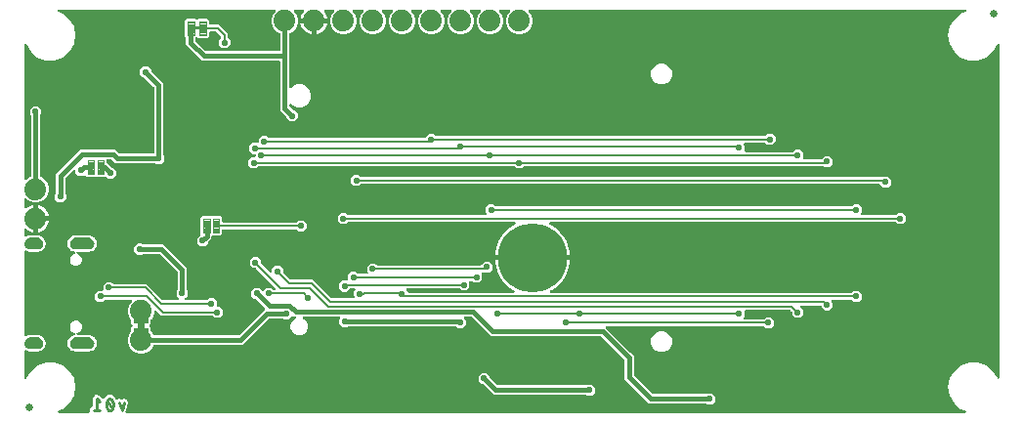
<source format=gbl>
G04 EAGLE Gerber RS-274X export*
G75*
%MOMM*%
%FSLAX34Y34*%
%LPD*%
%INBottom Copper*%
%IPPOS*%
%AMOC8*
5,1,8,0,0,1.08239X$1,22.5*%
G01*
%ADD10C,0.254000*%
%ADD11C,0.654000*%
%ADD12C,0.635000*%
%ADD13C,6.000000*%
%ADD14C,0.099059*%
%ADD15C,0.101600*%
%ADD16C,1.879600*%
%ADD17C,0.558800*%
%ADD18C,0.203200*%
%ADD19C,0.406400*%

G36*
X58541Y3057D02*
X58541Y3057D01*
X58600Y3055D01*
X58682Y3077D01*
X58765Y3089D01*
X58818Y3112D01*
X58875Y3127D01*
X58947Y3170D01*
X59024Y3205D01*
X59069Y3243D01*
X59119Y3272D01*
X59177Y3334D01*
X59241Y3388D01*
X59274Y3437D01*
X59314Y3480D01*
X59352Y3555D01*
X59399Y3625D01*
X59417Y3681D01*
X59443Y3733D01*
X59455Y3801D01*
X59485Y3896D01*
X59487Y3996D01*
X59499Y4064D01*
X59499Y6448D01*
X61447Y8396D01*
X61504Y8411D01*
X61587Y8423D01*
X61641Y8446D01*
X61697Y8461D01*
X61770Y8504D01*
X61847Y8539D01*
X61891Y8577D01*
X61942Y8606D01*
X61999Y8668D01*
X62064Y8722D01*
X62096Y8771D01*
X62136Y8814D01*
X62175Y8889D01*
X62221Y8959D01*
X62239Y9015D01*
X62266Y9067D01*
X62277Y9135D01*
X62307Y9230D01*
X62310Y9330D01*
X62321Y9398D01*
X62321Y15001D01*
X62312Y15064D01*
X62315Y15113D01*
X62186Y16269D01*
X62187Y16269D01*
X62243Y16365D01*
X62251Y16396D01*
X62266Y16424D01*
X62278Y16501D01*
X62301Y16588D01*
X63119Y17406D01*
X63158Y17457D01*
X63194Y17490D01*
X63921Y18398D01*
X64029Y18426D01*
X64056Y18442D01*
X64086Y18452D01*
X64150Y18497D01*
X64227Y18543D01*
X65385Y18543D01*
X65448Y18552D01*
X65497Y18549D01*
X66653Y18677D01*
X66749Y18620D01*
X66779Y18613D01*
X66807Y18598D01*
X66885Y18585D01*
X66972Y18563D01*
X67790Y17744D01*
X67841Y17706D01*
X67874Y17670D01*
X70694Y15413D01*
X70772Y15367D01*
X70845Y15313D01*
X70894Y15295D01*
X70939Y15268D01*
X71027Y15246D01*
X71111Y15214D01*
X71164Y15210D01*
X71214Y15197D01*
X71305Y15200D01*
X71395Y15193D01*
X71446Y15204D01*
X71498Y15205D01*
X71584Y15232D01*
X71673Y15251D01*
X71720Y15275D01*
X71769Y15291D01*
X71844Y15342D01*
X71924Y15384D01*
X71962Y15420D01*
X72005Y15449D01*
X72064Y15519D01*
X72129Y15581D01*
X72151Y15622D01*
X72189Y15667D01*
X72239Y15779D01*
X72258Y15808D01*
X72267Y15836D01*
X72289Y15877D01*
X72514Y16534D01*
X75326Y18543D01*
X78781Y18543D01*
X81593Y16534D01*
X81994Y15366D01*
X82018Y15318D01*
X82034Y15266D01*
X82082Y15192D01*
X82123Y15113D01*
X82160Y15073D01*
X82189Y15028D01*
X82256Y14970D01*
X82317Y14905D01*
X82363Y14877D01*
X82404Y14842D01*
X82485Y14805D01*
X82561Y14759D01*
X82613Y14745D01*
X82662Y14723D01*
X82750Y14709D01*
X82836Y14687D01*
X82890Y14688D01*
X82944Y14680D01*
X83014Y14691D01*
X83120Y14694D01*
X83210Y14722D01*
X83275Y14732D01*
X85336Y15419D01*
X86887Y14644D01*
X86903Y14639D01*
X86917Y14629D01*
X87038Y14593D01*
X87156Y14554D01*
X87173Y14553D01*
X87190Y14548D01*
X87316Y14547D01*
X87440Y14542D01*
X87457Y14546D01*
X87474Y14546D01*
X87542Y14566D01*
X87717Y14609D01*
X87758Y14633D01*
X87795Y14644D01*
X89345Y15419D01*
X91941Y14554D01*
X93164Y12107D01*
X90929Y5401D01*
X90926Y5386D01*
X90920Y5372D01*
X90910Y5306D01*
X90891Y5247D01*
X90890Y5186D01*
X90878Y5121D01*
X90879Y5106D01*
X90877Y5091D01*
X90886Y5035D01*
X90884Y4963D01*
X90900Y4902D01*
X90906Y4839D01*
X90909Y4831D01*
X90752Y4518D01*
X90750Y4510D01*
X90745Y4503D01*
X90704Y4375D01*
X90662Y4248D01*
X90662Y4240D01*
X90659Y4232D01*
X90656Y4097D01*
X90650Y3964D01*
X90652Y3956D01*
X90652Y3948D01*
X90686Y3818D01*
X90717Y3688D01*
X90721Y3681D01*
X90724Y3673D01*
X90791Y3559D01*
X90858Y3441D01*
X90865Y3435D01*
X90869Y3428D01*
X90966Y3337D01*
X91062Y3243D01*
X91070Y3239D01*
X91076Y3234D01*
X91196Y3173D01*
X91313Y3110D01*
X91322Y3108D01*
X91329Y3104D01*
X91381Y3095D01*
X91591Y3051D01*
X91630Y3054D01*
X91660Y3049D01*
X818025Y3049D01*
X818132Y3064D01*
X818239Y3072D01*
X818272Y3084D01*
X818306Y3089D01*
X818405Y3133D01*
X818506Y3170D01*
X818534Y3191D01*
X818566Y3205D01*
X818648Y3275D01*
X818735Y3338D01*
X818756Y3366D01*
X818783Y3388D01*
X818842Y3478D01*
X818908Y3564D01*
X818921Y3596D01*
X818940Y3625D01*
X818973Y3728D01*
X819012Y3828D01*
X819016Y3863D01*
X819026Y3896D01*
X819029Y4004D01*
X819039Y4111D01*
X819033Y4146D01*
X819033Y4180D01*
X819006Y4285D01*
X818986Y4391D01*
X818970Y4422D01*
X818962Y4455D01*
X818907Y4548D01*
X818858Y4644D01*
X818834Y4670D01*
X818816Y4700D01*
X818738Y4774D01*
X818664Y4853D01*
X818637Y4868D01*
X818609Y4894D01*
X818418Y4992D01*
X818372Y5018D01*
X814538Y6413D01*
X808705Y11308D01*
X804898Y17902D01*
X803576Y25400D01*
X804898Y32898D01*
X808705Y39492D01*
X814538Y44387D01*
X821693Y46991D01*
X829307Y46991D01*
X836462Y44387D01*
X842295Y39492D01*
X845957Y33149D01*
X845969Y33134D01*
X845977Y33116D01*
X846056Y33022D01*
X846132Y32925D01*
X846148Y32914D01*
X846161Y32899D01*
X846263Y32831D01*
X846362Y32759D01*
X846381Y32752D01*
X846397Y32741D01*
X846514Y32704D01*
X846630Y32663D01*
X846650Y32661D01*
X846668Y32656D01*
X846791Y32652D01*
X846914Y32645D01*
X846933Y32649D01*
X846952Y32648D01*
X847071Y32679D01*
X847191Y32706D01*
X847209Y32715D01*
X847227Y32720D01*
X847333Y32783D01*
X847441Y32842D01*
X847455Y32855D01*
X847472Y32865D01*
X847556Y32955D01*
X847643Y33041D01*
X847653Y33058D01*
X847666Y33073D01*
X847722Y33182D01*
X847782Y33289D01*
X847787Y33308D01*
X847796Y33326D01*
X847808Y33398D01*
X847847Y33566D01*
X847845Y33617D01*
X847851Y33657D01*
X847851Y321943D01*
X847849Y321963D01*
X847851Y321982D01*
X847829Y322103D01*
X847811Y322225D01*
X847803Y322242D01*
X847800Y322262D01*
X847745Y322372D01*
X847695Y322484D01*
X847683Y322499D01*
X847674Y322517D01*
X847591Y322607D01*
X847512Y322701D01*
X847495Y322712D01*
X847482Y322726D01*
X847377Y322791D01*
X847275Y322859D01*
X847256Y322865D01*
X847240Y322875D01*
X847121Y322907D01*
X847004Y322944D01*
X846984Y322945D01*
X846965Y322950D01*
X846843Y322949D01*
X846720Y322952D01*
X846701Y322947D01*
X846681Y322946D01*
X846563Y322911D01*
X846445Y322880D01*
X846428Y322870D01*
X846409Y322864D01*
X846306Y322797D01*
X846200Y322735D01*
X846187Y322720D01*
X846170Y322710D01*
X846124Y322653D01*
X846006Y322527D01*
X845982Y322482D01*
X845957Y322451D01*
X842295Y316108D01*
X836462Y311213D01*
X829307Y308609D01*
X821693Y308609D01*
X814538Y311213D01*
X808705Y316108D01*
X804898Y322702D01*
X803576Y330200D01*
X804898Y337698D01*
X808705Y344292D01*
X814538Y349187D01*
X818372Y350582D01*
X818467Y350633D01*
X818566Y350677D01*
X818592Y350699D01*
X818623Y350716D01*
X818700Y350791D01*
X818783Y350861D01*
X818802Y350889D01*
X818827Y350914D01*
X818881Y351007D01*
X818940Y351097D01*
X818951Y351130D01*
X818968Y351160D01*
X818994Y351265D01*
X819026Y351368D01*
X819027Y351403D01*
X819035Y351437D01*
X819031Y351544D01*
X819033Y351652D01*
X819025Y351686D01*
X819023Y351721D01*
X818989Y351823D01*
X818962Y351927D01*
X818944Y351957D01*
X818933Y351990D01*
X818871Y352079D01*
X818816Y352172D01*
X818791Y352196D01*
X818771Y352224D01*
X818688Y352292D01*
X818609Y352366D01*
X818578Y352382D01*
X818551Y352404D01*
X818452Y352447D01*
X818356Y352496D01*
X818325Y352501D01*
X818290Y352516D01*
X818077Y352542D01*
X818025Y352551D01*
X440765Y352551D01*
X440736Y352547D01*
X440707Y352550D01*
X440596Y352527D01*
X440484Y352511D01*
X440457Y352499D01*
X440428Y352494D01*
X440328Y352441D01*
X440224Y352395D01*
X440202Y352376D01*
X440176Y352363D01*
X440094Y352285D01*
X440007Y352212D01*
X439991Y352187D01*
X439970Y352167D01*
X439913Y352069D01*
X439850Y351975D01*
X439841Y351947D01*
X439826Y351922D01*
X439798Y351812D01*
X439764Y351704D01*
X439763Y351674D01*
X439756Y351646D01*
X439760Y351533D01*
X439757Y351420D01*
X439764Y351391D01*
X439765Y351362D01*
X439800Y351254D01*
X439828Y351145D01*
X439843Y351119D01*
X439852Y351091D01*
X439898Y351027D01*
X439974Y350900D01*
X440019Y350857D01*
X440047Y350818D01*
X441491Y349375D01*
X443231Y345174D01*
X443231Y340626D01*
X441490Y336425D01*
X438275Y333210D01*
X434074Y331469D01*
X429526Y331469D01*
X425325Y333210D01*
X422110Y336425D01*
X420369Y340626D01*
X420369Y345174D01*
X422109Y349375D01*
X423553Y350818D01*
X423570Y350842D01*
X423593Y350861D01*
X423655Y350955D01*
X423724Y351045D01*
X423734Y351073D01*
X423750Y351097D01*
X423784Y351205D01*
X423825Y351311D01*
X423827Y351340D01*
X423836Y351368D01*
X423839Y351482D01*
X423848Y351594D01*
X423843Y351623D01*
X423843Y351652D01*
X423815Y351762D01*
X423792Y351873D01*
X423779Y351899D01*
X423772Y351927D01*
X423714Y352025D01*
X423661Y352125D01*
X423641Y352147D01*
X423626Y352172D01*
X423544Y352249D01*
X423466Y352331D01*
X423440Y352346D01*
X423419Y352366D01*
X423318Y352418D01*
X423220Y352475D01*
X423192Y352482D01*
X423166Y352496D01*
X423088Y352509D01*
X422945Y352545D01*
X422882Y352543D01*
X422835Y352551D01*
X415365Y352551D01*
X415336Y352547D01*
X415307Y352550D01*
X415196Y352527D01*
X415084Y352511D01*
X415057Y352499D01*
X415028Y352494D01*
X414928Y352441D01*
X414824Y352395D01*
X414802Y352376D01*
X414776Y352363D01*
X414694Y352285D01*
X414607Y352212D01*
X414591Y352187D01*
X414570Y352167D01*
X414513Y352069D01*
X414450Y351975D01*
X414441Y351947D01*
X414426Y351922D01*
X414398Y351812D01*
X414364Y351704D01*
X414363Y351674D01*
X414356Y351646D01*
X414360Y351533D01*
X414357Y351420D01*
X414364Y351391D01*
X414365Y351362D01*
X414400Y351254D01*
X414428Y351145D01*
X414443Y351119D01*
X414452Y351091D01*
X414498Y351027D01*
X414574Y350900D01*
X414619Y350857D01*
X414647Y350818D01*
X416091Y349375D01*
X417831Y345174D01*
X417831Y340626D01*
X416090Y336425D01*
X412875Y333210D01*
X408674Y331469D01*
X404126Y331469D01*
X399925Y333210D01*
X396710Y336425D01*
X394969Y340626D01*
X394969Y345174D01*
X396709Y349375D01*
X398153Y350818D01*
X398170Y350842D01*
X398193Y350861D01*
X398255Y350955D01*
X398324Y351045D01*
X398334Y351073D01*
X398350Y351097D01*
X398384Y351205D01*
X398425Y351311D01*
X398427Y351340D01*
X398436Y351368D01*
X398439Y351482D01*
X398448Y351594D01*
X398443Y351623D01*
X398443Y351652D01*
X398415Y351762D01*
X398392Y351873D01*
X398379Y351899D01*
X398372Y351927D01*
X398314Y352025D01*
X398261Y352125D01*
X398241Y352147D01*
X398226Y352172D01*
X398144Y352249D01*
X398066Y352331D01*
X398040Y352346D01*
X398019Y352366D01*
X397918Y352418D01*
X397820Y352475D01*
X397792Y352482D01*
X397766Y352496D01*
X397688Y352509D01*
X397545Y352545D01*
X397482Y352543D01*
X397435Y352551D01*
X389965Y352551D01*
X389936Y352547D01*
X389907Y352550D01*
X389796Y352527D01*
X389684Y352511D01*
X389657Y352499D01*
X389628Y352494D01*
X389528Y352441D01*
X389424Y352395D01*
X389402Y352376D01*
X389376Y352363D01*
X389294Y352285D01*
X389207Y352212D01*
X389191Y352187D01*
X389170Y352167D01*
X389113Y352069D01*
X389050Y351975D01*
X389041Y351947D01*
X389026Y351922D01*
X388998Y351812D01*
X388964Y351704D01*
X388963Y351674D01*
X388956Y351646D01*
X388960Y351533D01*
X388957Y351420D01*
X388964Y351391D01*
X388965Y351362D01*
X389000Y351254D01*
X389028Y351145D01*
X389043Y351119D01*
X389052Y351091D01*
X389098Y351027D01*
X389174Y350900D01*
X389219Y350857D01*
X389247Y350818D01*
X390691Y349375D01*
X392431Y345174D01*
X392431Y340626D01*
X390690Y336425D01*
X387475Y333210D01*
X383274Y331469D01*
X378726Y331469D01*
X374525Y333210D01*
X371310Y336425D01*
X369569Y340626D01*
X369569Y345174D01*
X371309Y349375D01*
X372753Y350818D01*
X372770Y350842D01*
X372793Y350861D01*
X372855Y350955D01*
X372924Y351045D01*
X372934Y351073D01*
X372950Y351097D01*
X372984Y351205D01*
X373025Y351311D01*
X373027Y351340D01*
X373036Y351368D01*
X373039Y351482D01*
X373048Y351594D01*
X373043Y351623D01*
X373043Y351652D01*
X373015Y351762D01*
X372992Y351873D01*
X372979Y351899D01*
X372972Y351927D01*
X372914Y352025D01*
X372861Y352125D01*
X372841Y352147D01*
X372826Y352172D01*
X372744Y352249D01*
X372666Y352331D01*
X372640Y352346D01*
X372619Y352366D01*
X372518Y352418D01*
X372420Y352475D01*
X372392Y352482D01*
X372366Y352496D01*
X372288Y352509D01*
X372145Y352545D01*
X372082Y352543D01*
X372035Y352551D01*
X364565Y352551D01*
X364536Y352547D01*
X364507Y352550D01*
X364396Y352527D01*
X364284Y352511D01*
X364257Y352499D01*
X364228Y352494D01*
X364128Y352441D01*
X364024Y352395D01*
X364002Y352376D01*
X363976Y352363D01*
X363894Y352285D01*
X363807Y352212D01*
X363791Y352187D01*
X363770Y352167D01*
X363713Y352069D01*
X363650Y351975D01*
X363641Y351947D01*
X363626Y351922D01*
X363598Y351812D01*
X363564Y351704D01*
X363563Y351674D01*
X363556Y351646D01*
X363560Y351533D01*
X363557Y351420D01*
X363564Y351391D01*
X363565Y351362D01*
X363600Y351254D01*
X363628Y351145D01*
X363643Y351119D01*
X363652Y351091D01*
X363698Y351027D01*
X363774Y350900D01*
X363819Y350857D01*
X363847Y350818D01*
X365291Y349375D01*
X367031Y345174D01*
X367031Y340626D01*
X365290Y336425D01*
X362075Y333210D01*
X357874Y331469D01*
X353326Y331469D01*
X349125Y333210D01*
X345910Y336425D01*
X344169Y340626D01*
X344169Y345174D01*
X345909Y349375D01*
X347353Y350818D01*
X347370Y350842D01*
X347393Y350861D01*
X347455Y350955D01*
X347524Y351045D01*
X347534Y351073D01*
X347550Y351097D01*
X347584Y351205D01*
X347625Y351311D01*
X347627Y351340D01*
X347636Y351368D01*
X347639Y351482D01*
X347648Y351594D01*
X347643Y351623D01*
X347643Y351652D01*
X347615Y351762D01*
X347592Y351873D01*
X347579Y351899D01*
X347572Y351927D01*
X347514Y352025D01*
X347461Y352125D01*
X347441Y352147D01*
X347426Y352172D01*
X347344Y352249D01*
X347266Y352331D01*
X347240Y352346D01*
X347219Y352366D01*
X347118Y352418D01*
X347020Y352475D01*
X346992Y352482D01*
X346966Y352496D01*
X346888Y352509D01*
X346745Y352545D01*
X346682Y352543D01*
X346635Y352551D01*
X339165Y352551D01*
X339136Y352547D01*
X339107Y352550D01*
X338996Y352527D01*
X338884Y352511D01*
X338857Y352499D01*
X338828Y352494D01*
X338728Y352441D01*
X338624Y352395D01*
X338602Y352376D01*
X338576Y352363D01*
X338494Y352285D01*
X338407Y352212D01*
X338391Y352187D01*
X338370Y352167D01*
X338313Y352069D01*
X338250Y351975D01*
X338241Y351947D01*
X338226Y351922D01*
X338198Y351812D01*
X338164Y351704D01*
X338163Y351674D01*
X338156Y351646D01*
X338160Y351533D01*
X338157Y351420D01*
X338164Y351391D01*
X338165Y351362D01*
X338200Y351254D01*
X338228Y351145D01*
X338243Y351119D01*
X338252Y351091D01*
X338298Y351027D01*
X338374Y350900D01*
X338419Y350857D01*
X338447Y350818D01*
X339891Y349375D01*
X341631Y345174D01*
X341631Y340626D01*
X339890Y336425D01*
X336675Y333210D01*
X332474Y331469D01*
X327926Y331469D01*
X323725Y333210D01*
X320510Y336425D01*
X318769Y340626D01*
X318769Y345174D01*
X320509Y349375D01*
X321953Y350818D01*
X321970Y350842D01*
X321993Y350861D01*
X322055Y350955D01*
X322124Y351045D01*
X322134Y351073D01*
X322150Y351097D01*
X322184Y351205D01*
X322225Y351311D01*
X322227Y351340D01*
X322236Y351368D01*
X322239Y351482D01*
X322248Y351594D01*
X322243Y351623D01*
X322243Y351652D01*
X322215Y351762D01*
X322192Y351873D01*
X322179Y351899D01*
X322172Y351927D01*
X322114Y352025D01*
X322061Y352125D01*
X322041Y352147D01*
X322026Y352172D01*
X321944Y352249D01*
X321866Y352331D01*
X321840Y352346D01*
X321819Y352366D01*
X321718Y352418D01*
X321620Y352475D01*
X321592Y352482D01*
X321566Y352496D01*
X321488Y352509D01*
X321345Y352545D01*
X321282Y352543D01*
X321235Y352551D01*
X313765Y352551D01*
X313736Y352547D01*
X313707Y352550D01*
X313596Y352527D01*
X313484Y352511D01*
X313457Y352499D01*
X313428Y352494D01*
X313328Y352441D01*
X313224Y352395D01*
X313202Y352376D01*
X313176Y352363D01*
X313094Y352285D01*
X313007Y352212D01*
X312991Y352187D01*
X312970Y352167D01*
X312913Y352069D01*
X312850Y351975D01*
X312841Y351947D01*
X312826Y351922D01*
X312798Y351812D01*
X312764Y351704D01*
X312763Y351674D01*
X312756Y351646D01*
X312760Y351533D01*
X312757Y351420D01*
X312764Y351391D01*
X312765Y351362D01*
X312800Y351254D01*
X312828Y351145D01*
X312843Y351119D01*
X312852Y351091D01*
X312898Y351027D01*
X312974Y350900D01*
X313019Y350857D01*
X313047Y350818D01*
X314491Y349375D01*
X316231Y345174D01*
X316231Y340626D01*
X314490Y336425D01*
X311275Y333210D01*
X307074Y331469D01*
X302526Y331469D01*
X298325Y333210D01*
X295110Y336425D01*
X293369Y340626D01*
X293369Y345174D01*
X295109Y349375D01*
X296553Y350818D01*
X296570Y350842D01*
X296593Y350861D01*
X296655Y350955D01*
X296724Y351045D01*
X296734Y351073D01*
X296750Y351097D01*
X296784Y351205D01*
X296825Y351311D01*
X296827Y351340D01*
X296836Y351368D01*
X296839Y351482D01*
X296848Y351594D01*
X296843Y351623D01*
X296843Y351652D01*
X296815Y351762D01*
X296792Y351873D01*
X296779Y351899D01*
X296772Y351927D01*
X296714Y352025D01*
X296661Y352125D01*
X296641Y352147D01*
X296626Y352172D01*
X296544Y352249D01*
X296466Y352331D01*
X296440Y352346D01*
X296419Y352366D01*
X296318Y352418D01*
X296220Y352475D01*
X296192Y352482D01*
X296166Y352496D01*
X296088Y352509D01*
X295945Y352545D01*
X295882Y352543D01*
X295835Y352551D01*
X288365Y352551D01*
X288336Y352547D01*
X288307Y352550D01*
X288196Y352527D01*
X288084Y352511D01*
X288057Y352499D01*
X288028Y352494D01*
X287928Y352441D01*
X287824Y352395D01*
X287802Y352376D01*
X287776Y352363D01*
X287694Y352285D01*
X287607Y352212D01*
X287591Y352187D01*
X287570Y352167D01*
X287513Y352069D01*
X287450Y351975D01*
X287441Y351947D01*
X287426Y351922D01*
X287398Y351812D01*
X287364Y351704D01*
X287363Y351674D01*
X287356Y351646D01*
X287360Y351533D01*
X287357Y351420D01*
X287364Y351391D01*
X287365Y351362D01*
X287400Y351254D01*
X287428Y351145D01*
X287443Y351119D01*
X287452Y351091D01*
X287498Y351027D01*
X287574Y350900D01*
X287619Y350857D01*
X287647Y350818D01*
X289091Y349375D01*
X290831Y345174D01*
X290831Y340626D01*
X289090Y336425D01*
X285875Y333210D01*
X281674Y331469D01*
X277126Y331469D01*
X272925Y333210D01*
X269710Y336425D01*
X267969Y340626D01*
X267969Y345174D01*
X269709Y349375D01*
X271153Y350818D01*
X271170Y350842D01*
X271193Y350861D01*
X271255Y350955D01*
X271324Y351045D01*
X271334Y351073D01*
X271350Y351097D01*
X271384Y351205D01*
X271425Y351311D01*
X271427Y351340D01*
X271436Y351368D01*
X271439Y351482D01*
X271448Y351594D01*
X271443Y351623D01*
X271443Y351652D01*
X271415Y351762D01*
X271392Y351873D01*
X271379Y351899D01*
X271372Y351927D01*
X271314Y352025D01*
X271261Y352125D01*
X271241Y352147D01*
X271226Y352172D01*
X271144Y352249D01*
X271066Y352331D01*
X271040Y352346D01*
X271019Y352366D01*
X270918Y352418D01*
X270820Y352475D01*
X270792Y352482D01*
X270766Y352496D01*
X270688Y352509D01*
X270545Y352545D01*
X270482Y352543D01*
X270435Y352551D01*
X263684Y352551D01*
X263655Y352547D01*
X263625Y352550D01*
X263514Y352527D01*
X263402Y352511D01*
X263375Y352499D01*
X263347Y352494D01*
X263246Y352441D01*
X263143Y352395D01*
X263120Y352376D01*
X263094Y352363D01*
X263012Y352285D01*
X262926Y352212D01*
X262909Y352187D01*
X262888Y352167D01*
X262831Y352069D01*
X262768Y351975D01*
X262759Y351947D01*
X262744Y351922D01*
X262717Y351812D01*
X262682Y351704D01*
X262682Y351675D01*
X262674Y351646D01*
X262678Y351533D01*
X262675Y351420D01*
X262682Y351391D01*
X262683Y351362D01*
X262718Y351254D01*
X262747Y351145D01*
X262762Y351119D01*
X262771Y351091D01*
X262817Y351027D01*
X262892Y350900D01*
X262938Y350857D01*
X262966Y350818D01*
X263106Y350677D01*
X264211Y349157D01*
X265064Y347483D01*
X265645Y345696D01*
X265766Y344931D01*
X255016Y344931D01*
X254958Y344923D01*
X254900Y344925D01*
X254818Y344903D01*
X254735Y344891D01*
X254681Y344867D01*
X254625Y344853D01*
X254552Y344810D01*
X254475Y344775D01*
X254431Y344737D01*
X254380Y344707D01*
X254323Y344646D01*
X254258Y344591D01*
X254226Y344543D01*
X254186Y344500D01*
X254147Y344425D01*
X254101Y344355D01*
X254083Y344299D01*
X254056Y344247D01*
X254045Y344179D01*
X254015Y344084D01*
X254012Y343984D01*
X254001Y343916D01*
X254001Y342899D01*
X253999Y342899D01*
X253999Y343916D01*
X253991Y343974D01*
X253992Y344032D01*
X253971Y344114D01*
X253959Y344197D01*
X253935Y344251D01*
X253921Y344307D01*
X253878Y344380D01*
X253843Y344457D01*
X253805Y344502D01*
X253775Y344552D01*
X253714Y344610D01*
X253659Y344674D01*
X253611Y344706D01*
X253568Y344746D01*
X253493Y344785D01*
X253423Y344831D01*
X253367Y344849D01*
X253315Y344876D01*
X253247Y344887D01*
X253152Y344917D01*
X253052Y344920D01*
X252984Y344931D01*
X242234Y344931D01*
X242355Y345696D01*
X242936Y347483D01*
X243789Y349157D01*
X244894Y350677D01*
X245034Y350818D01*
X245052Y350842D01*
X245074Y350861D01*
X245137Y350955D01*
X245205Y351045D01*
X245216Y351073D01*
X245232Y351097D01*
X245266Y351205D01*
X245306Y351311D01*
X245309Y351340D01*
X245318Y351368D01*
X245321Y351481D01*
X245330Y351594D01*
X245324Y351623D01*
X245325Y351652D01*
X245296Y351762D01*
X245274Y351873D01*
X245261Y351899D01*
X245253Y351927D01*
X245195Y352025D01*
X245143Y352125D01*
X245123Y352147D01*
X245108Y352172D01*
X245025Y352249D01*
X244947Y352331D01*
X244922Y352346D01*
X244901Y352366D01*
X244800Y352418D01*
X244702Y352475D01*
X244674Y352482D01*
X244647Y352496D01*
X244570Y352509D01*
X244427Y352545D01*
X244364Y352543D01*
X244316Y352551D01*
X237565Y352551D01*
X237536Y352547D01*
X237507Y352550D01*
X237396Y352527D01*
X237284Y352511D01*
X237257Y352499D01*
X237228Y352494D01*
X237128Y352441D01*
X237024Y352395D01*
X237002Y352376D01*
X236976Y352363D01*
X236894Y352285D01*
X236807Y352212D01*
X236791Y352187D01*
X236770Y352167D01*
X236713Y352069D01*
X236650Y351975D01*
X236641Y351947D01*
X236626Y351922D01*
X236598Y351812D01*
X236564Y351704D01*
X236563Y351674D01*
X236556Y351646D01*
X236560Y351533D01*
X236557Y351420D01*
X236564Y351391D01*
X236565Y351362D01*
X236600Y351254D01*
X236628Y351145D01*
X236643Y351119D01*
X236652Y351091D01*
X236698Y351027D01*
X236774Y350900D01*
X236819Y350857D01*
X236847Y350818D01*
X238291Y349375D01*
X240031Y345174D01*
X240031Y340626D01*
X238290Y336425D01*
X235075Y333210D01*
X233291Y332471D01*
X233290Y332470D01*
X233289Y332470D01*
X233170Y332399D01*
X233047Y332326D01*
X233046Y332325D01*
X233044Y332324D01*
X232947Y332220D01*
X232851Y332120D01*
X232851Y332118D01*
X232850Y332117D01*
X232785Y331990D01*
X232721Y331867D01*
X232721Y331865D01*
X232720Y331864D01*
X232718Y331849D01*
X232666Y331588D01*
X232669Y331557D01*
X232665Y331533D01*
X232665Y285804D01*
X232669Y285775D01*
X232666Y285746D01*
X232689Y285635D01*
X232705Y285523D01*
X232717Y285496D01*
X232722Y285467D01*
X232775Y285366D01*
X232821Y285263D01*
X232840Y285241D01*
X232853Y285215D01*
X232931Y285133D01*
X233004Y285046D01*
X233029Y285030D01*
X233049Y285009D01*
X233147Y284952D01*
X233241Y284889D01*
X233269Y284880D01*
X233294Y284865D01*
X233404Y284837D01*
X233512Y284803D01*
X233542Y284802D01*
X233570Y284795D01*
X233683Y284799D01*
X233796Y284796D01*
X233825Y284803D01*
X233854Y284804D01*
X233962Y284839D01*
X234071Y284867D01*
X234097Y284882D01*
X234125Y284891D01*
X234189Y284937D01*
X234316Y285013D01*
X234359Y285058D01*
X234398Y285086D01*
X235617Y286305D01*
X239304Y287833D01*
X243296Y287833D01*
X246983Y286305D01*
X249805Y283483D01*
X251333Y279796D01*
X251333Y275804D01*
X249805Y272117D01*
X246983Y269295D01*
X243296Y267767D01*
X239304Y267767D01*
X235617Y269295D01*
X234398Y270514D01*
X234374Y270531D01*
X234355Y270554D01*
X234261Y270617D01*
X234171Y270685D01*
X234143Y270695D01*
X234119Y270711D01*
X234011Y270746D01*
X233905Y270786D01*
X233876Y270788D01*
X233848Y270797D01*
X233734Y270800D01*
X233622Y270809D01*
X233593Y270804D01*
X233564Y270804D01*
X233454Y270776D01*
X233343Y270754D01*
X233317Y270740D01*
X233289Y270733D01*
X233191Y270675D01*
X233091Y270623D01*
X233069Y270602D01*
X233044Y270587D01*
X232967Y270505D01*
X232885Y270427D01*
X232870Y270401D01*
X232850Y270380D01*
X232798Y270279D01*
X232741Y270181D01*
X232734Y270153D01*
X232720Y270127D01*
X232707Y270050D01*
X232671Y269906D01*
X232673Y269843D01*
X232665Y269796D01*
X232665Y269058D01*
X232677Y268972D01*
X232680Y268884D01*
X232697Y268832D01*
X232705Y268777D01*
X232740Y268697D01*
X232767Y268614D01*
X232795Y268574D01*
X232821Y268517D01*
X232878Y268450D01*
X232902Y268408D01*
X232936Y268377D01*
X232962Y268340D01*
X235701Y265601D01*
X235771Y265549D01*
X235835Y265489D01*
X235884Y265463D01*
X235929Y265430D01*
X236010Y265399D01*
X236088Y265359D01*
X236136Y265351D01*
X236194Y265329D01*
X236342Y265317D01*
X236419Y265304D01*
X237076Y265304D01*
X239904Y262476D01*
X239904Y258478D01*
X237076Y255650D01*
X233078Y255650D01*
X230250Y258478D01*
X230250Y259135D01*
X230238Y259221D01*
X230235Y259309D01*
X230218Y259361D01*
X230210Y259416D01*
X230175Y259496D01*
X230148Y259579D01*
X230120Y259619D01*
X230094Y259676D01*
X229998Y259789D01*
X229953Y259853D01*
X224535Y265270D01*
X224535Y307340D01*
X224527Y307398D01*
X224529Y307456D01*
X224507Y307538D01*
X224495Y307622D01*
X224472Y307675D01*
X224457Y307731D01*
X224414Y307804D01*
X224379Y307881D01*
X224341Y307926D01*
X224312Y307976D01*
X224250Y308034D01*
X224196Y308098D01*
X224147Y308130D01*
X224104Y308170D01*
X224029Y308209D01*
X223959Y308256D01*
X223903Y308273D01*
X223851Y308300D01*
X223783Y308311D01*
X223688Y308341D01*
X223588Y308344D01*
X223520Y308355D01*
X157066Y308355D01*
X154388Y311034D01*
X143128Y322293D01*
X143128Y327958D01*
X143121Y328011D01*
X143122Y328045D01*
X143115Y328069D01*
X143113Y328132D01*
X143096Y328184D01*
X143088Y328239D01*
X143053Y328319D01*
X143026Y328402D01*
X142998Y328441D01*
X142972Y328499D01*
X142876Y328612D01*
X142831Y328675D01*
X141858Y329648D01*
X141858Y343452D01*
X143339Y344933D01*
X151047Y344933D01*
X151682Y344297D01*
X151729Y344262D01*
X151769Y344220D01*
X151842Y344177D01*
X151909Y344127D01*
X151964Y344106D01*
X152014Y344076D01*
X152096Y344055D01*
X152175Y344025D01*
X152233Y344021D01*
X152290Y344006D01*
X152374Y344009D01*
X152458Y344002D01*
X152516Y344013D01*
X152574Y344015D01*
X152654Y344041D01*
X152737Y344058D01*
X152789Y344085D01*
X152845Y344103D01*
X152901Y344143D01*
X152989Y344189D01*
X153062Y344257D01*
X153118Y344297D01*
X153753Y344933D01*
X161461Y344933D01*
X162942Y343452D01*
X162942Y340614D01*
X162950Y340556D01*
X162948Y340498D01*
X162970Y340416D01*
X162982Y340332D01*
X163005Y340279D01*
X163020Y340223D01*
X163063Y340150D01*
X163098Y340073D01*
X163136Y340028D01*
X163165Y339978D01*
X163227Y339920D01*
X163281Y339856D01*
X163330Y339824D01*
X163373Y339784D01*
X163448Y339745D01*
X163518Y339698D01*
X163574Y339681D01*
X163626Y339654D01*
X163694Y339643D01*
X163789Y339613D01*
X163889Y339610D01*
X163957Y339599D01*
X171570Y339599D01*
X179579Y331590D01*
X179579Y328048D01*
X179591Y327961D01*
X179594Y327874D01*
X179611Y327821D01*
X179619Y327766D01*
X179654Y327687D01*
X179681Y327603D01*
X179709Y327564D01*
X179735Y327507D01*
X179831Y327394D01*
X179876Y327330D01*
X181357Y325849D01*
X181357Y321851D01*
X178529Y319023D01*
X174531Y319023D01*
X171703Y321851D01*
X171703Y325849D01*
X173184Y327330D01*
X173236Y327400D01*
X173296Y327464D01*
X173322Y327513D01*
X173355Y327557D01*
X173386Y327639D01*
X173426Y327717D01*
X173434Y327764D01*
X173456Y327823D01*
X173468Y327970D01*
X173481Y328048D01*
X173481Y328644D01*
X173469Y328730D01*
X173466Y328818D01*
X173449Y328870D01*
X173441Y328925D01*
X173406Y329005D01*
X173379Y329088D01*
X173351Y329127D01*
X173325Y329185D01*
X173229Y329298D01*
X173184Y329362D01*
X169342Y333204D01*
X169272Y333256D01*
X169208Y333316D01*
X169158Y333342D01*
X169114Y333375D01*
X169033Y333406D01*
X168955Y333446D01*
X168907Y333454D01*
X168849Y333476D01*
X168701Y333488D01*
X168624Y333501D01*
X163957Y333501D01*
X163899Y333493D01*
X163841Y333495D01*
X163759Y333473D01*
X163675Y333461D01*
X163622Y333438D01*
X163566Y333423D01*
X163493Y333380D01*
X163416Y333345D01*
X163371Y333307D01*
X163321Y333278D01*
X163263Y333216D01*
X163199Y333162D01*
X163167Y333113D01*
X163127Y333070D01*
X163088Y332995D01*
X163041Y332925D01*
X163024Y332869D01*
X162997Y332817D01*
X162986Y332749D01*
X162956Y332654D01*
X162953Y332554D01*
X162942Y332486D01*
X162942Y329648D01*
X161461Y328167D01*
X153753Y328167D01*
X153118Y328803D01*
X153071Y328838D01*
X153031Y328880D01*
X152958Y328923D01*
X152891Y328973D01*
X152836Y328994D01*
X152786Y329024D01*
X152704Y329045D01*
X152625Y329075D01*
X152567Y329079D01*
X152510Y329094D01*
X152426Y329091D01*
X152342Y329098D01*
X152284Y329087D01*
X152226Y329085D01*
X152146Y329059D01*
X152063Y329042D01*
X152011Y329015D01*
X151955Y328997D01*
X151899Y328957D01*
X151811Y328911D01*
X151738Y328843D01*
X151682Y328803D01*
X151555Y328675D01*
X151503Y328606D01*
X151443Y328542D01*
X151417Y328492D01*
X151384Y328448D01*
X151353Y328367D01*
X151313Y328289D01*
X151305Y328241D01*
X151283Y328183D01*
X151277Y328114D01*
X151272Y328097D01*
X151270Y328031D01*
X151258Y327958D01*
X151258Y326081D01*
X151270Y325995D01*
X151273Y325907D01*
X151290Y325855D01*
X151298Y325800D01*
X151333Y325720D01*
X151360Y325637D01*
X151388Y325597D01*
X151414Y325540D01*
X151510Y325427D01*
X151555Y325363D01*
X160136Y316782D01*
X160206Y316730D01*
X160270Y316670D01*
X160319Y316644D01*
X160363Y316611D01*
X160445Y316580D01*
X160523Y316540D01*
X160571Y316532D01*
X160629Y316510D01*
X160777Y316498D01*
X160854Y316485D01*
X223520Y316485D01*
X223578Y316493D01*
X223636Y316491D01*
X223718Y316513D01*
X223802Y316525D01*
X223855Y316548D01*
X223911Y316563D01*
X223984Y316606D01*
X224061Y316641D01*
X224106Y316679D01*
X224156Y316708D01*
X224214Y316770D01*
X224278Y316824D01*
X224310Y316873D01*
X224350Y316916D01*
X224389Y316991D01*
X224436Y317061D01*
X224453Y317117D01*
X224480Y317169D01*
X224491Y317237D01*
X224521Y317332D01*
X224524Y317432D01*
X224535Y317500D01*
X224535Y331533D01*
X224535Y331534D01*
X224535Y331536D01*
X224515Y331676D01*
X224495Y331814D01*
X224495Y331816D01*
X224495Y331817D01*
X224438Y331943D01*
X224379Y332074D01*
X224378Y332075D01*
X224377Y332076D01*
X224286Y332183D01*
X224196Y332291D01*
X224194Y332292D01*
X224193Y332293D01*
X224180Y332301D01*
X223959Y332448D01*
X223930Y332458D01*
X223909Y332471D01*
X222125Y333210D01*
X218910Y336425D01*
X217169Y340626D01*
X217169Y345174D01*
X218909Y349375D01*
X220353Y350818D01*
X220370Y350842D01*
X220393Y350861D01*
X220455Y350955D01*
X220524Y351045D01*
X220534Y351073D01*
X220550Y351097D01*
X220584Y351205D01*
X220625Y351311D01*
X220627Y351340D01*
X220636Y351368D01*
X220639Y351482D01*
X220648Y351594D01*
X220643Y351623D01*
X220643Y351652D01*
X220615Y351762D01*
X220592Y351873D01*
X220579Y351899D01*
X220572Y351927D01*
X220514Y352025D01*
X220461Y352125D01*
X220441Y352147D01*
X220426Y352172D01*
X220344Y352249D01*
X220266Y352331D01*
X220240Y352346D01*
X220219Y352366D01*
X220118Y352418D01*
X220020Y352475D01*
X219992Y352482D01*
X219966Y352496D01*
X219888Y352509D01*
X219745Y352545D01*
X219682Y352543D01*
X219635Y352551D01*
X32875Y352551D01*
X32768Y352536D01*
X32661Y352528D01*
X32628Y352516D01*
X32594Y352511D01*
X32495Y352467D01*
X32394Y352430D01*
X32366Y352409D01*
X32334Y352395D01*
X32252Y352325D01*
X32165Y352262D01*
X32144Y352234D01*
X32117Y352212D01*
X32058Y352122D01*
X31992Y352036D01*
X31979Y352004D01*
X31960Y351975D01*
X31927Y351872D01*
X31888Y351772D01*
X31884Y351737D01*
X31874Y351704D01*
X31871Y351596D01*
X31861Y351489D01*
X31867Y351454D01*
X31867Y351420D01*
X31894Y351315D01*
X31914Y351209D01*
X31930Y351178D01*
X31938Y351145D01*
X31993Y351052D01*
X32042Y350956D01*
X32066Y350930D01*
X32084Y350900D01*
X32162Y350826D01*
X32236Y350747D01*
X32263Y350732D01*
X32291Y350706D01*
X32482Y350608D01*
X32528Y350582D01*
X36362Y349187D01*
X42195Y344292D01*
X46002Y337698D01*
X47324Y330200D01*
X46002Y322702D01*
X42195Y316108D01*
X36362Y311213D01*
X29207Y308609D01*
X21593Y308609D01*
X14438Y311213D01*
X8605Y316108D01*
X4943Y322451D01*
X4931Y322466D01*
X4923Y322484D01*
X4844Y322578D01*
X4768Y322675D01*
X4752Y322686D01*
X4739Y322701D01*
X4637Y322769D01*
X4538Y322841D01*
X4519Y322848D01*
X4503Y322859D01*
X4386Y322896D01*
X4270Y322937D01*
X4250Y322939D01*
X4232Y322944D01*
X4109Y322948D01*
X3986Y322955D01*
X3967Y322951D01*
X3948Y322952D01*
X3829Y322921D01*
X3709Y322894D01*
X3691Y322885D01*
X3673Y322880D01*
X3567Y322817D01*
X3459Y322758D01*
X3445Y322745D01*
X3428Y322735D01*
X3344Y322645D01*
X3257Y322559D01*
X3247Y322542D01*
X3234Y322527D01*
X3178Y322418D01*
X3118Y322311D01*
X3113Y322292D01*
X3104Y322274D01*
X3092Y322202D01*
X3053Y322034D01*
X3055Y321983D01*
X3049Y321943D01*
X3049Y205815D01*
X3053Y205786D01*
X3050Y205757D01*
X3073Y205646D01*
X3089Y205534D01*
X3101Y205507D01*
X3106Y205478D01*
X3159Y205378D01*
X3205Y205274D01*
X3224Y205252D01*
X3237Y205226D01*
X3315Y205144D01*
X3388Y205057D01*
X3413Y205041D01*
X3433Y205020D01*
X3531Y204963D01*
X3625Y204900D01*
X3653Y204891D01*
X3678Y204876D01*
X3788Y204848D01*
X3896Y204814D01*
X3926Y204813D01*
X3954Y204806D01*
X4067Y204810D01*
X4180Y204807D01*
X4209Y204814D01*
X4238Y204815D01*
X4346Y204850D01*
X4455Y204878D01*
X4481Y204893D01*
X4509Y204902D01*
X4573Y204948D01*
X4700Y205024D01*
X4743Y205069D01*
X4782Y205097D01*
X6225Y206541D01*
X8009Y207279D01*
X8010Y207280D01*
X8011Y207280D01*
X8129Y207350D01*
X8253Y207424D01*
X8254Y207425D01*
X8256Y207426D01*
X8353Y207530D01*
X8449Y207630D01*
X8449Y207632D01*
X8450Y207633D01*
X8515Y207759D01*
X8579Y207883D01*
X8579Y207885D01*
X8580Y207886D01*
X8582Y207901D01*
X8634Y208162D01*
X8631Y208193D01*
X8635Y208217D01*
X8635Y260978D01*
X8628Y261027D01*
X8629Y261039D01*
X8625Y261054D01*
X8623Y261065D01*
X8620Y261152D01*
X8603Y261205D01*
X8595Y261260D01*
X8560Y261339D01*
X8533Y261423D01*
X8505Y261462D01*
X8479Y261519D01*
X8383Y261632D01*
X8338Y261696D01*
X7873Y262161D01*
X7873Y266159D01*
X10701Y268987D01*
X14699Y268987D01*
X17527Y266159D01*
X17527Y262161D01*
X17062Y261696D01*
X17010Y261626D01*
X16950Y261562D01*
X16924Y261513D01*
X16891Y261469D01*
X16860Y261387D01*
X16820Y261309D01*
X16812Y261262D01*
X16790Y261203D01*
X16781Y261098D01*
X16779Y261090D01*
X16778Y261058D01*
X16778Y261056D01*
X16765Y260978D01*
X16765Y208217D01*
X16765Y208216D01*
X16765Y208214D01*
X16785Y208074D01*
X16805Y207936D01*
X16805Y207934D01*
X16805Y207933D01*
X16863Y207805D01*
X16921Y207676D01*
X16922Y207675D01*
X16923Y207674D01*
X17014Y207567D01*
X17104Y207459D01*
X17106Y207458D01*
X17107Y207457D01*
X17120Y207449D01*
X17341Y207302D01*
X17370Y207292D01*
X17391Y207279D01*
X19175Y206540D01*
X22390Y203325D01*
X24131Y199124D01*
X24131Y194576D01*
X22390Y190375D01*
X19175Y187160D01*
X14974Y185419D01*
X10426Y185419D01*
X6225Y187159D01*
X4782Y188603D01*
X4758Y188620D01*
X4739Y188643D01*
X4645Y188705D01*
X4555Y188774D01*
X4527Y188784D01*
X4503Y188800D01*
X4395Y188834D01*
X4289Y188875D01*
X4260Y188877D01*
X4232Y188886D01*
X4118Y188889D01*
X4006Y188898D01*
X3977Y188893D01*
X3948Y188893D01*
X3838Y188865D01*
X3727Y188842D01*
X3701Y188829D01*
X3673Y188822D01*
X3575Y188764D01*
X3475Y188711D01*
X3453Y188691D01*
X3428Y188676D01*
X3351Y188594D01*
X3269Y188516D01*
X3254Y188490D01*
X3234Y188469D01*
X3182Y188368D01*
X3125Y188270D01*
X3118Y188242D01*
X3104Y188216D01*
X3091Y188138D01*
X3055Y187995D01*
X3057Y187932D01*
X3049Y187885D01*
X3049Y181134D01*
X3053Y181105D01*
X3050Y181075D01*
X3073Y180964D01*
X3089Y180852D01*
X3101Y180825D01*
X3106Y180797D01*
X3159Y180696D01*
X3205Y180593D01*
X3224Y180570D01*
X3237Y180544D01*
X3315Y180462D01*
X3388Y180376D01*
X3413Y180359D01*
X3433Y180338D01*
X3531Y180281D01*
X3625Y180218D01*
X3653Y180209D01*
X3678Y180194D01*
X3788Y180167D01*
X3896Y180132D01*
X3925Y180132D01*
X3954Y180124D01*
X4067Y180128D01*
X4180Y180125D01*
X4209Y180132D01*
X4238Y180133D01*
X4346Y180168D01*
X4455Y180197D01*
X4481Y180212D01*
X4509Y180221D01*
X4573Y180267D01*
X4700Y180342D01*
X4743Y180388D01*
X4782Y180416D01*
X4923Y180556D01*
X6443Y181661D01*
X8117Y182514D01*
X9904Y183095D01*
X10669Y183216D01*
X10669Y172466D01*
X10677Y172408D01*
X10675Y172350D01*
X10697Y172268D01*
X10709Y172185D01*
X10733Y172131D01*
X10747Y172075D01*
X10790Y172002D01*
X10825Y171925D01*
X10863Y171881D01*
X10893Y171830D01*
X10954Y171773D01*
X11009Y171708D01*
X11057Y171676D01*
X11100Y171636D01*
X11175Y171597D01*
X11245Y171551D01*
X11301Y171533D01*
X11353Y171506D01*
X11421Y171495D01*
X11516Y171465D01*
X11616Y171462D01*
X11684Y171451D01*
X12701Y171451D01*
X12701Y171449D01*
X11684Y171449D01*
X11626Y171441D01*
X11568Y171442D01*
X11486Y171421D01*
X11403Y171409D01*
X11349Y171385D01*
X11293Y171371D01*
X11220Y171328D01*
X11143Y171293D01*
X11098Y171255D01*
X11048Y171225D01*
X10990Y171164D01*
X10926Y171109D01*
X10894Y171061D01*
X10854Y171018D01*
X10815Y170943D01*
X10769Y170873D01*
X10751Y170817D01*
X10724Y170765D01*
X10713Y170697D01*
X10683Y170602D01*
X10680Y170502D01*
X10669Y170434D01*
X10669Y159684D01*
X9904Y159805D01*
X8117Y160386D01*
X6443Y161239D01*
X4923Y162344D01*
X4782Y162484D01*
X4758Y162502D01*
X4739Y162524D01*
X4645Y162587D01*
X4555Y162655D01*
X4527Y162666D01*
X4503Y162682D01*
X4395Y162716D01*
X4289Y162756D01*
X4260Y162759D01*
X4232Y162768D01*
X4119Y162771D01*
X4006Y162780D01*
X3977Y162774D01*
X3948Y162775D01*
X3838Y162746D01*
X3727Y162724D01*
X3701Y162711D01*
X3673Y162703D01*
X3575Y162645D01*
X3475Y162593D01*
X3453Y162573D01*
X3428Y162558D01*
X3351Y162475D01*
X3269Y162397D01*
X3254Y162372D01*
X3234Y162351D01*
X3182Y162250D01*
X3125Y162152D01*
X3118Y162124D01*
X3104Y162097D01*
X3091Y162020D01*
X3055Y161877D01*
X3057Y161814D01*
X3049Y161766D01*
X3049Y156931D01*
X3061Y156845D01*
X3063Y156759D01*
X3081Y156705D01*
X3089Y156649D01*
X3124Y156570D01*
X3150Y156488D01*
X3182Y156441D01*
X3205Y156390D01*
X3261Y156324D01*
X3309Y156252D01*
X3352Y156216D01*
X3388Y156173D01*
X3461Y156125D01*
X3527Y156069D01*
X3578Y156047D01*
X3625Y156015D01*
X3708Y155989D01*
X3787Y155954D01*
X3843Y155947D01*
X3896Y155930D01*
X3983Y155927D01*
X4068Y155916D01*
X4117Y155924D01*
X4180Y155922D01*
X4322Y155959D01*
X4399Y155973D01*
X5093Y156215D01*
X5226Y156284D01*
X5298Y156314D01*
X5606Y156508D01*
X5891Y156687D01*
X6587Y156765D01*
X6732Y156802D01*
X6809Y156816D01*
X7315Y156993D01*
X7351Y156987D01*
X7445Y156957D01*
X7546Y156954D01*
X7614Y156943D01*
X8106Y156943D01*
X8170Y156952D01*
X8220Y156949D01*
X8955Y157032D01*
X8976Y157020D01*
X9006Y157012D01*
X9033Y156998D01*
X9110Y156985D01*
X9251Y156949D01*
X9315Y156951D01*
X9364Y156943D01*
X13196Y156943D01*
X13226Y156947D01*
X13257Y156945D01*
X13367Y156967D01*
X13477Y156983D01*
X13505Y156995D01*
X13536Y157001D01*
X13593Y157033D01*
X14340Y156949D01*
X14405Y156951D01*
X14454Y156943D01*
X14946Y156943D01*
X15005Y156951D01*
X15064Y156950D01*
X15130Y156969D01*
X15227Y156983D01*
X15248Y156992D01*
X15751Y156816D01*
X15897Y156787D01*
X15973Y156765D01*
X16669Y156687D01*
X17262Y156314D01*
X17398Y156253D01*
X17467Y156215D01*
X18128Y155984D01*
X18623Y155489D01*
X18742Y155399D01*
X18801Y155347D01*
X19394Y154974D01*
X19767Y154381D01*
X19863Y154267D01*
X19909Y154203D01*
X20404Y153708D01*
X20635Y153047D01*
X20704Y152914D01*
X20734Y152842D01*
X21107Y152249D01*
X21185Y151553D01*
X21222Y151408D01*
X21236Y151331D01*
X21467Y150670D01*
X21389Y149974D01*
X21393Y149824D01*
X21389Y149746D01*
X21467Y149050D01*
X21236Y148389D01*
X21207Y148243D01*
X21185Y148167D01*
X21107Y147471D01*
X20734Y146878D01*
X20673Y146742D01*
X20635Y146673D01*
X20404Y146012D01*
X19909Y145517D01*
X19819Y145397D01*
X19767Y145339D01*
X19394Y144746D01*
X18801Y144373D01*
X18687Y144277D01*
X18623Y144231D01*
X18128Y143736D01*
X17467Y143505D01*
X17334Y143436D01*
X17262Y143406D01*
X16669Y143033D01*
X15973Y142955D01*
X15828Y142918D01*
X15751Y142904D01*
X15245Y142727D01*
X15209Y142733D01*
X15115Y142763D01*
X15014Y142766D01*
X14946Y142777D01*
X14454Y142777D01*
X14390Y142768D01*
X14340Y142771D01*
X13605Y142688D01*
X13584Y142700D01*
X13554Y142708D01*
X13527Y142722D01*
X13450Y142735D01*
X13309Y142771D01*
X13245Y142769D01*
X13196Y142777D01*
X9364Y142777D01*
X9334Y142773D01*
X9303Y142775D01*
X9193Y142753D01*
X9083Y142737D01*
X9055Y142725D01*
X9024Y142719D01*
X8967Y142687D01*
X8220Y142771D01*
X8155Y142769D01*
X8106Y142777D01*
X7614Y142777D01*
X7555Y142769D01*
X7496Y142770D01*
X7430Y142751D01*
X7333Y142737D01*
X7312Y142728D01*
X6809Y142904D01*
X6663Y142933D01*
X6587Y142955D01*
X5891Y143033D01*
X5298Y143406D01*
X5162Y143467D01*
X5093Y143505D01*
X4399Y143747D01*
X4314Y143764D01*
X4232Y143790D01*
X4176Y143792D01*
X4120Y143803D01*
X4034Y143795D01*
X3948Y143798D01*
X3893Y143784D01*
X3837Y143779D01*
X3756Y143748D01*
X3673Y143726D01*
X3624Y143697D01*
X3572Y143677D01*
X3503Y143625D01*
X3428Y143581D01*
X3390Y143540D01*
X3345Y143506D01*
X3293Y143436D01*
X3234Y143373D01*
X3208Y143323D01*
X3174Y143278D01*
X3144Y143197D01*
X3104Y143120D01*
X3096Y143072D01*
X3074Y143012D01*
X3062Y142867D01*
X3049Y142789D01*
X3049Y70571D01*
X3061Y70485D01*
X3063Y70399D01*
X3081Y70345D01*
X3089Y70289D01*
X3124Y70210D01*
X3150Y70128D01*
X3182Y70081D01*
X3205Y70030D01*
X3261Y69964D01*
X3309Y69892D01*
X3352Y69856D01*
X3388Y69813D01*
X3461Y69765D01*
X3527Y69709D01*
X3578Y69687D01*
X3625Y69655D01*
X3708Y69629D01*
X3787Y69594D01*
X3843Y69587D01*
X3896Y69570D01*
X3983Y69567D01*
X4068Y69556D01*
X4117Y69564D01*
X4180Y69562D01*
X4322Y69599D01*
X4399Y69613D01*
X5093Y69855D01*
X5226Y69924D01*
X5298Y69954D01*
X5707Y70211D01*
X5708Y70211D01*
X5891Y70327D01*
X6587Y70405D01*
X6732Y70442D01*
X6809Y70456D01*
X7315Y70633D01*
X7351Y70627D01*
X7445Y70597D01*
X7546Y70594D01*
X7614Y70583D01*
X8106Y70583D01*
X8170Y70592D01*
X8220Y70589D01*
X8955Y70672D01*
X8976Y70660D01*
X9006Y70652D01*
X9033Y70638D01*
X9110Y70625D01*
X9251Y70589D01*
X9315Y70591D01*
X9364Y70583D01*
X13196Y70583D01*
X13226Y70587D01*
X13257Y70585D01*
X13367Y70607D01*
X13477Y70623D01*
X13505Y70635D01*
X13536Y70641D01*
X13593Y70673D01*
X14340Y70589D01*
X14405Y70591D01*
X14454Y70583D01*
X14946Y70583D01*
X15005Y70591D01*
X15064Y70590D01*
X15130Y70609D01*
X15227Y70623D01*
X15248Y70632D01*
X15751Y70456D01*
X15897Y70427D01*
X15973Y70405D01*
X16669Y70327D01*
X17262Y69954D01*
X17398Y69893D01*
X17467Y69855D01*
X18128Y69624D01*
X18623Y69129D01*
X18742Y69039D01*
X18801Y68987D01*
X19394Y68614D01*
X19767Y68021D01*
X19863Y67907D01*
X19909Y67843D01*
X20404Y67348D01*
X20635Y66687D01*
X20659Y66642D01*
X20665Y66618D01*
X20707Y66548D01*
X20734Y66482D01*
X21107Y65889D01*
X21185Y65193D01*
X21222Y65048D01*
X21236Y64971D01*
X21467Y64310D01*
X21389Y63614D01*
X21393Y63464D01*
X21389Y63386D01*
X21467Y62690D01*
X21236Y62029D01*
X21207Y61883D01*
X21185Y61807D01*
X21107Y61111D01*
X20734Y60518D01*
X20673Y60382D01*
X20635Y60313D01*
X20404Y59652D01*
X19909Y59157D01*
X19819Y59038D01*
X19767Y58979D01*
X19394Y58386D01*
X18801Y58013D01*
X18687Y57917D01*
X18623Y57871D01*
X18128Y57376D01*
X17467Y57145D01*
X17334Y57076D01*
X17262Y57046D01*
X16713Y56701D01*
X16669Y56673D01*
X15973Y56595D01*
X15828Y56558D01*
X15751Y56544D01*
X15245Y56367D01*
X15209Y56373D01*
X15115Y56403D01*
X15014Y56406D01*
X14946Y56417D01*
X14454Y56417D01*
X14390Y56408D01*
X14340Y56411D01*
X13605Y56328D01*
X13584Y56340D01*
X13554Y56348D01*
X13527Y56362D01*
X13450Y56375D01*
X13309Y56411D01*
X13245Y56409D01*
X13196Y56417D01*
X9364Y56417D01*
X9334Y56413D01*
X9303Y56415D01*
X9193Y56393D01*
X9083Y56377D01*
X9055Y56365D01*
X9024Y56359D01*
X8967Y56327D01*
X8220Y56411D01*
X8155Y56409D01*
X8106Y56417D01*
X7614Y56417D01*
X7555Y56409D01*
X7496Y56410D01*
X7430Y56391D01*
X7333Y56377D01*
X7312Y56368D01*
X6809Y56544D01*
X6663Y56573D01*
X6587Y56595D01*
X5891Y56673D01*
X5298Y57046D01*
X5162Y57107D01*
X5093Y57145D01*
X4399Y57387D01*
X4314Y57404D01*
X4232Y57430D01*
X4176Y57432D01*
X4120Y57443D01*
X4034Y57435D01*
X3948Y57438D01*
X3893Y57424D01*
X3837Y57419D01*
X3756Y57388D01*
X3673Y57366D01*
X3624Y57337D01*
X3572Y57317D01*
X3503Y57265D01*
X3428Y57221D01*
X3390Y57180D01*
X3345Y57146D01*
X3293Y57076D01*
X3234Y57013D01*
X3208Y56963D01*
X3174Y56918D01*
X3144Y56837D01*
X3104Y56760D01*
X3096Y56712D01*
X3074Y56652D01*
X3062Y56507D01*
X3049Y56429D01*
X3049Y33657D01*
X3051Y33637D01*
X3049Y33618D01*
X3071Y33497D01*
X3089Y33375D01*
X3097Y33358D01*
X3100Y33338D01*
X3155Y33228D01*
X3205Y33116D01*
X3217Y33101D01*
X3226Y33083D01*
X3309Y32993D01*
X3388Y32899D01*
X3405Y32888D01*
X3418Y32874D01*
X3523Y32809D01*
X3625Y32741D01*
X3644Y32735D01*
X3660Y32725D01*
X3779Y32693D01*
X3896Y32656D01*
X3916Y32655D01*
X3935Y32650D01*
X4057Y32651D01*
X4180Y32648D01*
X4199Y32653D01*
X4219Y32653D01*
X4337Y32689D01*
X4455Y32720D01*
X4472Y32730D01*
X4491Y32736D01*
X4594Y32803D01*
X4700Y32865D01*
X4713Y32880D01*
X4730Y32890D01*
X4776Y32947D01*
X4894Y33073D01*
X4918Y33118D01*
X4943Y33149D01*
X8605Y39492D01*
X14438Y44387D01*
X21593Y46991D01*
X29207Y46991D01*
X36362Y44387D01*
X42195Y39492D01*
X46002Y32898D01*
X47324Y25400D01*
X46002Y17902D01*
X42195Y11308D01*
X36362Y6413D01*
X32528Y5018D01*
X32433Y4967D01*
X32334Y4923D01*
X32308Y4901D01*
X32277Y4884D01*
X32200Y4809D01*
X32117Y4739D01*
X32098Y4711D01*
X32073Y4686D01*
X32019Y4593D01*
X31960Y4503D01*
X31949Y4470D01*
X31932Y4440D01*
X31906Y4335D01*
X31874Y4232D01*
X31873Y4197D01*
X31865Y4163D01*
X31869Y4056D01*
X31867Y3948D01*
X31875Y3914D01*
X31877Y3879D01*
X31911Y3777D01*
X31938Y3673D01*
X31956Y3643D01*
X31967Y3610D01*
X32029Y3521D01*
X32084Y3428D01*
X32109Y3404D01*
X32129Y3376D01*
X32212Y3307D01*
X32291Y3234D01*
X32322Y3218D01*
X32349Y3196D01*
X32448Y3153D01*
X32544Y3104D01*
X32575Y3099D01*
X32610Y3084D01*
X32823Y3058D01*
X32875Y3049D01*
X58484Y3049D01*
X58541Y3057D01*
G37*
%LPC*%
G36*
X594901Y10413D02*
X594901Y10413D01*
X594436Y10878D01*
X594366Y10930D01*
X594302Y10990D01*
X594253Y11016D01*
X594209Y11049D01*
X594127Y11080D01*
X594049Y11120D01*
X594002Y11128D01*
X593943Y11150D01*
X593796Y11162D01*
X593718Y11175D01*
X544416Y11175D01*
X522985Y32606D01*
X522985Y48696D01*
X522973Y48782D01*
X522970Y48870D01*
X522953Y48922D01*
X522945Y48977D01*
X522910Y49057D01*
X522883Y49140D01*
X522855Y49180D01*
X522829Y49237D01*
X522738Y49344D01*
X522722Y49371D01*
X522711Y49382D01*
X522688Y49414D01*
X502804Y69298D01*
X502734Y69350D01*
X502670Y69410D01*
X502621Y69436D01*
X502576Y69469D01*
X502495Y69500D01*
X502417Y69540D01*
X502369Y69548D01*
X502311Y69570D01*
X502163Y69582D01*
X502086Y69595D01*
X407256Y69595D01*
X390663Y86189D01*
X390593Y86241D01*
X390529Y86301D01*
X390480Y86327D01*
X390435Y86360D01*
X390354Y86391D01*
X390276Y86431D01*
X390228Y86439D01*
X390170Y86461D01*
X390022Y86473D01*
X389945Y86486D01*
X385071Y86486D01*
X385042Y86482D01*
X385012Y86485D01*
X384901Y86462D01*
X384789Y86446D01*
X384763Y86434D01*
X384734Y86429D01*
X384633Y86376D01*
X384530Y86330D01*
X384507Y86311D01*
X384481Y86298D01*
X384399Y86220D01*
X384313Y86147D01*
X384297Y86122D01*
X384275Y86102D01*
X384218Y86004D01*
X384155Y85910D01*
X384146Y85882D01*
X384132Y85857D01*
X384104Y85747D01*
X384069Y85639D01*
X384069Y85609D01*
X384062Y85581D01*
X384065Y85468D01*
X384062Y85355D01*
X384070Y85326D01*
X384071Y85297D01*
X384105Y85189D01*
X384134Y85080D01*
X384149Y85054D01*
X384158Y85026D01*
X384204Y84962D01*
X384279Y84835D01*
X384325Y84792D01*
X384353Y84753D01*
X385657Y83449D01*
X385657Y79451D01*
X382829Y76623D01*
X378831Y76623D01*
X377398Y78056D01*
X377328Y78109D01*
X377264Y78169D01*
X377214Y78194D01*
X377170Y78227D01*
X377089Y78258D01*
X377011Y78298D01*
X376963Y78306D01*
X376905Y78329D01*
X376757Y78341D01*
X376680Y78354D01*
X283983Y78354D01*
X283897Y78342D01*
X283809Y78339D01*
X283757Y78322D01*
X283702Y78314D01*
X283622Y78278D01*
X283539Y78251D01*
X283500Y78223D01*
X283442Y78198D01*
X283329Y78102D01*
X283265Y78056D01*
X282801Y77592D01*
X278802Y77592D01*
X275975Y80419D01*
X275975Y84418D01*
X276310Y84753D01*
X276328Y84777D01*
X276350Y84796D01*
X276413Y84890D01*
X276481Y84980D01*
X276491Y85008D01*
X276508Y85032D01*
X276542Y85140D01*
X276582Y85246D01*
X276585Y85275D01*
X276594Y85303D01*
X276596Y85417D01*
X276606Y85529D01*
X276600Y85558D01*
X276601Y85587D01*
X276572Y85697D01*
X276550Y85808D01*
X276536Y85834D01*
X276529Y85862D01*
X276471Y85959D01*
X276419Y86060D01*
X276399Y86082D01*
X276384Y86107D01*
X276301Y86184D01*
X276223Y86266D01*
X276198Y86281D01*
X276176Y86301D01*
X276075Y86353D01*
X275978Y86410D01*
X275949Y86417D01*
X275923Y86431D01*
X275846Y86444D01*
X275702Y86480D01*
X275640Y86478D01*
X275592Y86486D01*
X245117Y86486D01*
X245032Y86474D01*
X244946Y86472D01*
X244892Y86454D01*
X244836Y86446D01*
X244758Y86411D01*
X244676Y86385D01*
X244628Y86353D01*
X244577Y86330D01*
X244511Y86275D01*
X244440Y86227D01*
X244403Y86183D01*
X244360Y86147D01*
X244312Y86075D01*
X244257Y86009D01*
X244234Y85957D01*
X244202Y85910D01*
X244176Y85828D01*
X244141Y85749D01*
X244133Y85693D01*
X244116Y85639D01*
X244114Y85553D01*
X244102Y85468D01*
X244110Y85412D01*
X244109Y85355D01*
X244131Y85272D01*
X244143Y85186D01*
X244166Y85135D01*
X244181Y85080D01*
X244225Y85006D01*
X244260Y84927D01*
X244297Y84884D01*
X244326Y84835D01*
X244389Y84776D01*
X244444Y84711D01*
X244486Y84685D01*
X244533Y84641D01*
X244662Y84575D01*
X244729Y84533D01*
X245567Y84186D01*
X247686Y82067D01*
X248833Y79298D01*
X248833Y76302D01*
X247686Y73533D01*
X245567Y71414D01*
X242798Y70267D01*
X239802Y70267D01*
X237033Y71414D01*
X234914Y73533D01*
X233767Y76302D01*
X233767Y79298D01*
X234914Y82067D01*
X237033Y84186D01*
X237871Y84533D01*
X237945Y84577D01*
X238023Y84612D01*
X238067Y84649D01*
X238116Y84678D01*
X238175Y84740D01*
X238240Y84796D01*
X238272Y84843D01*
X238311Y84884D01*
X238350Y84961D01*
X238398Y85032D01*
X238415Y85086D01*
X238441Y85137D01*
X238458Y85221D01*
X238484Y85303D01*
X238485Y85360D01*
X238496Y85416D01*
X238489Y85501D01*
X238491Y85587D01*
X238477Y85642D01*
X238472Y85699D01*
X238441Y85780D01*
X238419Y85862D01*
X238390Y85911D01*
X238370Y85964D01*
X238318Y86033D01*
X238274Y86107D01*
X238233Y86146D01*
X238198Y86191D01*
X238129Y86243D01*
X238067Y86301D01*
X238016Y86327D01*
X237971Y86361D01*
X237890Y86392D01*
X237814Y86431D01*
X237765Y86439D01*
X237705Y86462D01*
X237560Y86473D01*
X237483Y86486D01*
X236593Y86486D01*
X236291Y86789D01*
X236244Y86824D01*
X236204Y86866D01*
X236131Y86909D01*
X236063Y86960D01*
X236009Y86981D01*
X235958Y87010D01*
X235877Y87031D01*
X235798Y87061D01*
X235739Y87066D01*
X235683Y87080D01*
X235599Y87078D01*
X235514Y87085D01*
X235457Y87073D01*
X235399Y87071D01*
X235318Y87045D01*
X235236Y87029D01*
X235184Y87002D01*
X235128Y86984D01*
X235072Y86944D01*
X234983Y86898D01*
X234911Y86829D01*
X234855Y86789D01*
X232004Y83938D01*
X228006Y83938D01*
X227406Y84538D01*
X227336Y84590D01*
X227272Y84650D01*
X227223Y84676D01*
X227179Y84709D01*
X227097Y84740D01*
X227019Y84780D01*
X226972Y84788D01*
X226913Y84810D01*
X226766Y84822D01*
X226688Y84835D01*
X215464Y84835D01*
X215378Y84823D01*
X215290Y84820D01*
X215238Y84803D01*
X215183Y84795D01*
X215103Y84760D01*
X215020Y84733D01*
X214980Y84705D01*
X214923Y84679D01*
X214810Y84583D01*
X214746Y84538D01*
X192184Y61975D01*
X115507Y61975D01*
X115506Y61975D01*
X115504Y61975D01*
X115364Y61955D01*
X115226Y61935D01*
X115224Y61935D01*
X115223Y61935D01*
X115097Y61878D01*
X114966Y61819D01*
X114965Y61818D01*
X114964Y61817D01*
X114853Y61724D01*
X114749Y61636D01*
X114748Y61634D01*
X114747Y61633D01*
X114739Y61620D01*
X114592Y61399D01*
X114582Y61370D01*
X114577Y61361D01*
X114574Y61357D01*
X114574Y61356D01*
X114569Y61349D01*
X113830Y59565D01*
X110615Y56350D01*
X106414Y54609D01*
X101866Y54609D01*
X97665Y56350D01*
X94450Y59565D01*
X92709Y63766D01*
X92709Y68314D01*
X94450Y72515D01*
X95460Y73525D01*
X95512Y73595D01*
X95572Y73659D01*
X95598Y73708D01*
X95631Y73753D01*
X95662Y73834D01*
X95702Y73912D01*
X95710Y73960D01*
X95732Y74018D01*
X95744Y74166D01*
X95757Y74243D01*
X95757Y77379D01*
X96400Y78022D01*
X96435Y78069D01*
X96478Y78109D01*
X96520Y78182D01*
X96571Y78249D01*
X96592Y78304D01*
X96621Y78354D01*
X96642Y78436D01*
X96672Y78515D01*
X96677Y78573D01*
X96691Y78630D01*
X96689Y78714D01*
X96696Y78798D01*
X96684Y78856D01*
X96682Y78914D01*
X96656Y78994D01*
X96640Y79077D01*
X96613Y79129D01*
X96595Y79185D01*
X96555Y79241D01*
X96509Y79329D01*
X96440Y79402D01*
X96400Y79458D01*
X95757Y80101D01*
X95757Y83237D01*
X95745Y83323D01*
X95742Y83411D01*
X95725Y83463D01*
X95717Y83518D01*
X95682Y83598D01*
X95655Y83681D01*
X95627Y83721D01*
X95601Y83778D01*
X95541Y83849D01*
X95517Y83889D01*
X95486Y83919D01*
X95460Y83955D01*
X94450Y84965D01*
X92709Y89166D01*
X92709Y93714D01*
X94449Y97915D01*
X95893Y99358D01*
X95910Y99382D01*
X95933Y99401D01*
X95995Y99495D01*
X96064Y99585D01*
X96074Y99613D01*
X96090Y99637D01*
X96124Y99745D01*
X96165Y99851D01*
X96167Y99880D01*
X96176Y99908D01*
X96179Y100022D01*
X96188Y100134D01*
X96183Y100163D01*
X96183Y100192D01*
X96155Y100302D01*
X96132Y100413D01*
X96119Y100439D01*
X96112Y100467D01*
X96054Y100565D01*
X96001Y100665D01*
X95981Y100687D01*
X95966Y100712D01*
X95884Y100789D01*
X95806Y100871D01*
X95780Y100886D01*
X95759Y100906D01*
X95658Y100958D01*
X95560Y101015D01*
X95532Y101022D01*
X95506Y101036D01*
X95428Y101049D01*
X95285Y101085D01*
X95222Y101083D01*
X95175Y101091D01*
X73108Y101091D01*
X73021Y101079D01*
X72934Y101076D01*
X72881Y101059D01*
X72826Y101051D01*
X72747Y101016D01*
X72663Y100989D01*
X72624Y100961D01*
X72567Y100935D01*
X72454Y100839D01*
X72390Y100794D01*
X70909Y99313D01*
X66911Y99313D01*
X64083Y102141D01*
X64083Y106139D01*
X66911Y108967D01*
X70358Y108967D01*
X70416Y108975D01*
X70474Y108973D01*
X70556Y108995D01*
X70640Y109007D01*
X70693Y109030D01*
X70749Y109045D01*
X70822Y109088D01*
X70899Y109123D01*
X70944Y109161D01*
X70994Y109190D01*
X71052Y109252D01*
X71116Y109306D01*
X71148Y109355D01*
X71188Y109398D01*
X71227Y109473D01*
X71274Y109543D01*
X71291Y109599D01*
X71318Y109651D01*
X71329Y109719D01*
X71359Y109814D01*
X71362Y109914D01*
X71373Y109982D01*
X71373Y113729D01*
X74201Y116557D01*
X78199Y116557D01*
X79680Y115076D01*
X79750Y115024D01*
X79814Y114964D01*
X79863Y114938D01*
X79907Y114905D01*
X79989Y114874D01*
X80067Y114834D01*
X80114Y114826D01*
X80173Y114804D01*
X80320Y114792D01*
X80398Y114779D01*
X109213Y114779D01*
X122855Y101136D01*
X122925Y101084D01*
X122989Y101024D01*
X123039Y100998D01*
X123083Y100965D01*
X123164Y100934D01*
X123242Y100894D01*
X123290Y100886D01*
X123348Y100864D01*
X123496Y100852D01*
X123573Y100839D01*
X136264Y100839D01*
X136293Y100843D01*
X136323Y100840D01*
X136434Y100863D01*
X136546Y100879D01*
X136572Y100891D01*
X136601Y100896D01*
X136702Y100949D01*
X136805Y100995D01*
X136828Y101014D01*
X136854Y101027D01*
X136936Y101105D01*
X137022Y101178D01*
X137038Y101203D01*
X137060Y101223D01*
X137117Y101321D01*
X137180Y101415D01*
X137189Y101443D01*
X137203Y101468D01*
X137231Y101578D01*
X137266Y101686D01*
X137266Y101716D01*
X137273Y101744D01*
X137270Y101857D01*
X137273Y101970D01*
X137265Y101999D01*
X137264Y102028D01*
X137230Y102136D01*
X137201Y102245D01*
X137186Y102271D01*
X137177Y102299D01*
X137131Y102362D01*
X137056Y102490D01*
X137010Y102533D01*
X136982Y102572D01*
X134873Y104681D01*
X134873Y108679D01*
X135338Y109144D01*
X135390Y109214D01*
X135450Y109278D01*
X135476Y109327D01*
X135509Y109371D01*
X135540Y109453D01*
X135580Y109531D01*
X135588Y109578D01*
X135610Y109637D01*
X135622Y109784D01*
X135635Y109862D01*
X135635Y124896D01*
X135627Y124951D01*
X135629Y124995D01*
X135622Y125021D01*
X135620Y125070D01*
X135603Y125122D01*
X135595Y125177D01*
X135561Y125254D01*
X135557Y125270D01*
X135554Y125275D01*
X135533Y125340D01*
X135505Y125380D01*
X135479Y125437D01*
X135383Y125550D01*
X135338Y125614D01*
X120439Y140513D01*
X120369Y140565D01*
X120305Y140625D01*
X120256Y140651D01*
X120211Y140684D01*
X120130Y140715D01*
X120052Y140755D01*
X120004Y140763D01*
X119946Y140785D01*
X119798Y140797D01*
X119721Y140810D01*
X106147Y140810D01*
X106060Y140798D01*
X105973Y140795D01*
X105920Y140778D01*
X105865Y140770D01*
X105786Y140735D01*
X105702Y140708D01*
X105663Y140680D01*
X105606Y140654D01*
X105493Y140558D01*
X105429Y140513D01*
X104964Y140048D01*
X100966Y140048D01*
X98138Y142876D01*
X98138Y146874D01*
X100966Y149702D01*
X104964Y149702D01*
X105429Y149237D01*
X105499Y149185D01*
X105563Y149125D01*
X105612Y149099D01*
X105656Y149066D01*
X105738Y149035D01*
X105816Y148995D01*
X105863Y148987D01*
X105922Y148965D01*
X106069Y148953D01*
X106147Y148940D01*
X123509Y148940D01*
X143765Y128684D01*
X143765Y109862D01*
X143777Y109775D01*
X143780Y109688D01*
X143797Y109635D01*
X143805Y109580D01*
X143840Y109501D01*
X143867Y109417D01*
X143895Y109378D01*
X143921Y109321D01*
X144017Y109208D01*
X144062Y109144D01*
X144527Y108679D01*
X144527Y104681D01*
X142418Y102572D01*
X142400Y102548D01*
X142378Y102529D01*
X142315Y102435D01*
X142247Y102345D01*
X142237Y102317D01*
X142220Y102293D01*
X142186Y102185D01*
X142146Y102079D01*
X142143Y102050D01*
X142134Y102022D01*
X142132Y101908D01*
X142122Y101796D01*
X142128Y101767D01*
X142127Y101738D01*
X142156Y101628D01*
X142178Y101517D01*
X142192Y101491D01*
X142199Y101463D01*
X142257Y101365D01*
X142309Y101265D01*
X142329Y101243D01*
X142344Y101218D01*
X142427Y101141D01*
X142505Y101059D01*
X142530Y101044D01*
X142552Y101024D01*
X142652Y100972D01*
X142750Y100915D01*
X142779Y100908D01*
X142805Y100894D01*
X142882Y100881D01*
X143026Y100845D01*
X143088Y100847D01*
X143136Y100839D01*
X160902Y100839D01*
X160989Y100851D01*
X161076Y100854D01*
X161129Y100871D01*
X161184Y100879D01*
X161263Y100914D01*
X161347Y100941D01*
X161386Y100969D01*
X161443Y100995D01*
X161556Y101091D01*
X161620Y101136D01*
X163101Y102617D01*
X167099Y102617D01*
X169927Y99789D01*
X169927Y96012D01*
X169935Y95954D01*
X169933Y95896D01*
X169955Y95814D01*
X169967Y95730D01*
X169990Y95677D01*
X170005Y95621D01*
X170048Y95548D01*
X170083Y95471D01*
X170121Y95426D01*
X170150Y95376D01*
X170212Y95318D01*
X170266Y95254D01*
X170315Y95222D01*
X170358Y95182D01*
X170433Y95143D01*
X170503Y95096D01*
X170559Y95079D01*
X170611Y95052D01*
X170679Y95041D01*
X170774Y95011D01*
X170874Y95008D01*
X170942Y94997D01*
X172179Y94997D01*
X175007Y92169D01*
X175007Y88171D01*
X172179Y85343D01*
X168181Y85343D01*
X166700Y86824D01*
X166630Y86876D01*
X166566Y86936D01*
X166517Y86962D01*
X166473Y86995D01*
X166391Y87026D01*
X166313Y87066D01*
X166266Y87074D01*
X166207Y87096D01*
X166060Y87108D01*
X165982Y87121D01*
X121927Y87121D01*
X117304Y91745D01*
X117280Y91762D01*
X117261Y91785D01*
X117167Y91847D01*
X117077Y91915D01*
X117049Y91926D01*
X117025Y91942D01*
X116917Y91976D01*
X116811Y92017D01*
X116782Y92019D01*
X116754Y92028D01*
X116640Y92031D01*
X116528Y92040D01*
X116499Y92035D01*
X116470Y92035D01*
X116360Y92007D01*
X116249Y91984D01*
X116223Y91971D01*
X116195Y91963D01*
X116097Y91906D01*
X115997Y91853D01*
X115975Y91833D01*
X115950Y91818D01*
X115873Y91736D01*
X115791Y91658D01*
X115776Y91632D01*
X115756Y91611D01*
X115704Y91510D01*
X115647Y91412D01*
X115640Y91384D01*
X115626Y91358D01*
X115613Y91280D01*
X115577Y91137D01*
X115579Y91074D01*
X115571Y91027D01*
X115571Y89166D01*
X113830Y84965D01*
X112820Y83955D01*
X112808Y83938D01*
X112797Y83929D01*
X112767Y83884D01*
X112708Y83821D01*
X112682Y83772D01*
X112649Y83727D01*
X112618Y83646D01*
X112578Y83568D01*
X112570Y83520D01*
X112548Y83462D01*
X112536Y83314D01*
X112523Y83237D01*
X112523Y80101D01*
X111880Y79458D01*
X111845Y79411D01*
X111802Y79371D01*
X111760Y79298D01*
X111709Y79231D01*
X111688Y79176D01*
X111659Y79126D01*
X111638Y79044D01*
X111608Y78965D01*
X111603Y78907D01*
X111589Y78850D01*
X111591Y78766D01*
X111584Y78682D01*
X111596Y78624D01*
X111598Y78566D01*
X111624Y78486D01*
X111640Y78403D01*
X111667Y78351D01*
X111685Y78295D01*
X111725Y78239D01*
X111771Y78151D01*
X111840Y78078D01*
X111880Y78022D01*
X112523Y77379D01*
X112523Y74243D01*
X112535Y74157D01*
X112538Y74069D01*
X112555Y74017D01*
X112563Y73962D01*
X112598Y73882D01*
X112625Y73799D01*
X112653Y73759D01*
X112679Y73702D01*
X112775Y73589D01*
X112820Y73525D01*
X113830Y72515D01*
X114569Y70731D01*
X114570Y70730D01*
X114570Y70729D01*
X114641Y70609D01*
X114714Y70487D01*
X114715Y70486D01*
X114716Y70484D01*
X114820Y70387D01*
X114920Y70291D01*
X114922Y70291D01*
X114923Y70290D01*
X115049Y70225D01*
X115173Y70161D01*
X115175Y70161D01*
X115176Y70160D01*
X115191Y70158D01*
X115452Y70106D01*
X115483Y70109D01*
X115507Y70105D01*
X188396Y70105D01*
X188482Y70117D01*
X188570Y70120D01*
X188622Y70137D01*
X188677Y70145D01*
X188757Y70180D01*
X188840Y70207D01*
X188880Y70235D01*
X188937Y70261D01*
X189050Y70357D01*
X189114Y70402D01*
X211339Y92627D01*
X211374Y92674D01*
X211416Y92714D01*
X211459Y92787D01*
X211510Y92854D01*
X211530Y92909D01*
X211560Y92959D01*
X211581Y93041D01*
X211611Y93120D01*
X211616Y93178D01*
X211630Y93235D01*
X211627Y93319D01*
X211634Y93403D01*
X211623Y93461D01*
X211621Y93519D01*
X211595Y93599D01*
X211579Y93682D01*
X211552Y93734D01*
X211534Y93790D01*
X211493Y93846D01*
X211448Y93934D01*
X211379Y94007D01*
X211339Y94063D01*
X211030Y94372D01*
X203846Y101556D01*
X203776Y101608D01*
X203712Y101668D01*
X203663Y101694D01*
X203618Y101727D01*
X203537Y101758D01*
X203459Y101798D01*
X203411Y101806D01*
X203353Y101828D01*
X203205Y101840D01*
X203128Y101853D01*
X202471Y101853D01*
X199643Y104681D01*
X199643Y108679D01*
X202471Y111507D01*
X206469Y111507D01*
X208832Y109144D01*
X208879Y109109D01*
X208919Y109066D01*
X208992Y109024D01*
X209059Y108973D01*
X209114Y108952D01*
X209164Y108923D01*
X209246Y108902D01*
X209325Y108872D01*
X209383Y108867D01*
X209440Y108853D01*
X209524Y108855D01*
X209608Y108848D01*
X209666Y108860D01*
X209724Y108862D01*
X209804Y108888D01*
X209887Y108904D01*
X209939Y108931D01*
X209995Y108949D01*
X210051Y108989D01*
X210139Y109035D01*
X210212Y109104D01*
X210268Y109144D01*
X212631Y111507D01*
X216629Y111507D01*
X218110Y110026D01*
X218180Y109974D01*
X218244Y109914D01*
X218293Y109888D01*
X218337Y109855D01*
X218419Y109824D01*
X218497Y109784D01*
X218544Y109776D01*
X218603Y109754D01*
X218750Y109742D01*
X218828Y109729D01*
X220059Y109729D01*
X220088Y109733D01*
X220117Y109730D01*
X220228Y109753D01*
X220340Y109769D01*
X220367Y109781D01*
X220396Y109786D01*
X220496Y109838D01*
X220600Y109885D01*
X220622Y109904D01*
X220648Y109917D01*
X220730Y109995D01*
X220817Y110068D01*
X220833Y110093D01*
X220854Y110113D01*
X220911Y110211D01*
X220974Y110305D01*
X220983Y110333D01*
X220998Y110358D01*
X221026Y110468D01*
X221060Y110576D01*
X221061Y110606D01*
X221068Y110634D01*
X221064Y110747D01*
X221067Y110860D01*
X221060Y110889D01*
X221059Y110918D01*
X221024Y111026D01*
X220995Y111135D01*
X220980Y111161D01*
X220971Y111189D01*
X220926Y111252D01*
X220850Y111380D01*
X220805Y111423D01*
X220777Y111462D01*
X204013Y128226D01*
X203943Y128278D01*
X203879Y128338D01*
X203829Y128364D01*
X203785Y128397D01*
X203704Y128428D01*
X203626Y128468D01*
X203578Y128476D01*
X203520Y128498D01*
X203372Y128510D01*
X203295Y128523D01*
X201201Y128523D01*
X198373Y131351D01*
X198373Y135349D01*
X201201Y138177D01*
X205199Y138177D01*
X208027Y135349D01*
X208027Y133255D01*
X208039Y133169D01*
X208042Y133081D01*
X208059Y133029D01*
X208067Y132974D01*
X208102Y132894D01*
X208129Y132811D01*
X208157Y132772D01*
X208183Y132714D01*
X208279Y132601D01*
X208324Y132537D01*
X215690Y125171D01*
X215714Y125154D01*
X215733Y125131D01*
X215782Y125098D01*
X215819Y125064D01*
X215864Y125041D01*
X215917Y125001D01*
X215945Y124990D01*
X215969Y124974D01*
X216037Y124952D01*
X216072Y124934D01*
X216106Y124929D01*
X216183Y124899D01*
X216212Y124897D01*
X216240Y124888D01*
X216354Y124885D01*
X216377Y124883D01*
X216403Y124879D01*
X216408Y124879D01*
X216416Y124880D01*
X216466Y124876D01*
X216495Y124881D01*
X216524Y124881D01*
X216634Y124909D01*
X216657Y124914D01*
X216690Y124919D01*
X216697Y124922D01*
X216745Y124932D01*
X216771Y124945D01*
X216799Y124953D01*
X216897Y125010D01*
X216912Y125018D01*
X216949Y125035D01*
X216957Y125042D01*
X216997Y125063D01*
X217019Y125083D01*
X217044Y125098D01*
X217121Y125180D01*
X217125Y125184D01*
X217166Y125218D01*
X217174Y125230D01*
X217203Y125258D01*
X217218Y125284D01*
X217238Y125305D01*
X217287Y125400D01*
X217324Y125455D01*
X217329Y125473D01*
X217347Y125504D01*
X217354Y125532D01*
X217368Y125558D01*
X217381Y125636D01*
X217381Y125637D01*
X217409Y125726D01*
X217410Y125750D01*
X217417Y125779D01*
X217415Y125842D01*
X217423Y125889D01*
X217423Y127729D01*
X220251Y130557D01*
X224249Y130557D01*
X227077Y127729D01*
X227077Y125635D01*
X227089Y125549D01*
X227092Y125461D01*
X227109Y125409D01*
X227117Y125354D01*
X227152Y125274D01*
X227179Y125191D01*
X227207Y125152D01*
X227233Y125094D01*
X227329Y124981D01*
X227374Y124917D01*
X233629Y118662D01*
X233699Y118610D01*
X233763Y118550D01*
X233813Y118524D01*
X233857Y118491D01*
X233938Y118460D01*
X234016Y118420D01*
X234064Y118412D01*
X234122Y118390D01*
X234270Y118378D01*
X234347Y118365D01*
X253016Y118365D01*
X268721Y102660D01*
X268790Y102608D01*
X268854Y102548D01*
X268904Y102522D01*
X268948Y102489D01*
X269030Y102458D01*
X269108Y102418D01*
X269155Y102410D01*
X269214Y102388D01*
X269361Y102376D01*
X269439Y102363D01*
X288053Y102363D01*
X288082Y102367D01*
X288112Y102364D01*
X288223Y102387D01*
X288335Y102403D01*
X288361Y102415D01*
X288390Y102420D01*
X288491Y102473D01*
X288594Y102519D01*
X288617Y102538D01*
X288643Y102551D01*
X288725Y102629D01*
X288811Y102702D01*
X288827Y102727D01*
X288849Y102747D01*
X288906Y102845D01*
X288969Y102939D01*
X288978Y102967D01*
X288992Y102992D01*
X289020Y103102D01*
X289055Y103210D01*
X289055Y103240D01*
X289062Y103268D01*
X289059Y103381D01*
X289062Y103494D01*
X289054Y103523D01*
X289053Y103552D01*
X289019Y103660D01*
X288990Y103769D01*
X288975Y103795D01*
X288966Y103823D01*
X288920Y103887D01*
X288845Y104014D01*
X288799Y104057D01*
X288771Y104096D01*
X288543Y104324D01*
X288543Y108322D01*
X289509Y109288D01*
X289527Y109312D01*
X289549Y109331D01*
X289612Y109425D01*
X289680Y109515D01*
X289690Y109543D01*
X289707Y109567D01*
X289741Y109675D01*
X289781Y109781D01*
X289784Y109810D01*
X289793Y109838D01*
X289795Y109952D01*
X289805Y110064D01*
X289799Y110093D01*
X289800Y110122D01*
X289771Y110232D01*
X289749Y110343D01*
X289735Y110369D01*
X289728Y110397D01*
X289670Y110495D01*
X289618Y110595D01*
X289598Y110617D01*
X289583Y110642D01*
X289500Y110719D01*
X289422Y110801D01*
X289397Y110816D01*
X289375Y110836D01*
X289275Y110888D01*
X289177Y110945D01*
X289148Y110952D01*
X289122Y110966D01*
X289045Y110979D01*
X288901Y111015D01*
X288839Y111013D01*
X288791Y111021D01*
X286138Y111021D01*
X286051Y111009D01*
X285964Y111006D01*
X285911Y110989D01*
X285856Y110981D01*
X285777Y110946D01*
X285693Y110919D01*
X285654Y110891D01*
X285597Y110865D01*
X285484Y110769D01*
X285420Y110724D01*
X282669Y107973D01*
X278671Y107973D01*
X275843Y110801D01*
X275843Y114799D01*
X278671Y117627D01*
X282448Y117627D01*
X282506Y117635D01*
X282564Y117633D01*
X282646Y117655D01*
X282730Y117667D01*
X282783Y117690D01*
X282839Y117705D01*
X282912Y117748D01*
X282989Y117783D01*
X283034Y117821D01*
X283084Y117850D01*
X283142Y117912D01*
X283206Y117966D01*
X283238Y118015D01*
X283278Y118058D01*
X283317Y118133D01*
X283364Y118203D01*
X283381Y118259D01*
X283408Y118311D01*
X283419Y118379D01*
X283449Y118474D01*
X283452Y118574D01*
X283463Y118642D01*
X283463Y122546D01*
X286291Y125374D01*
X290289Y125374D01*
X291770Y123893D01*
X291840Y123841D01*
X291904Y123781D01*
X291953Y123755D01*
X291997Y123722D01*
X292079Y123691D01*
X292157Y123651D01*
X292204Y123643D01*
X292263Y123621D01*
X292410Y123609D01*
X292488Y123596D01*
X299727Y123596D01*
X299756Y123600D01*
X299786Y123597D01*
X299897Y123620D01*
X300009Y123636D01*
X300035Y123648D01*
X300064Y123653D01*
X300165Y123706D01*
X300268Y123752D01*
X300291Y123771D01*
X300317Y123784D01*
X300399Y123862D01*
X300485Y123935D01*
X300501Y123960D01*
X300523Y123980D01*
X300580Y124078D01*
X300643Y124172D01*
X300652Y124200D01*
X300666Y124225D01*
X300694Y124335D01*
X300729Y124443D01*
X300729Y124473D01*
X300736Y124501D01*
X300733Y124614D01*
X300736Y124727D01*
X300728Y124756D01*
X300727Y124785D01*
X300693Y124893D01*
X300664Y125002D01*
X300649Y125028D01*
X300640Y125056D01*
X300594Y125120D01*
X300519Y125247D01*
X300473Y125290D01*
X300445Y125329D01*
X299973Y125801D01*
X299973Y129799D01*
X302801Y132627D01*
X306799Y132627D01*
X308280Y131146D01*
X308350Y131094D01*
X308414Y131034D01*
X308463Y131008D01*
X308507Y130975D01*
X308589Y130944D01*
X308667Y130904D01*
X308714Y130896D01*
X308773Y130874D01*
X308920Y130862D01*
X308998Y130849D01*
X398018Y130849D01*
X398076Y130857D01*
X398134Y130855D01*
X398216Y130877D01*
X398300Y130889D01*
X398353Y130912D01*
X398409Y130927D01*
X398482Y130970D01*
X398559Y131005D01*
X398604Y131043D01*
X398654Y131072D01*
X398712Y131134D01*
X398776Y131188D01*
X398808Y131237D01*
X398848Y131280D01*
X398887Y131355D01*
X398934Y131425D01*
X398940Y131446D01*
X401861Y134367D01*
X405859Y134367D01*
X408687Y131539D01*
X408687Y127541D01*
X405859Y124713D01*
X401661Y124713D01*
X401627Y124726D01*
X401480Y124738D01*
X401402Y124751D01*
X399906Y124751D01*
X399877Y124747D01*
X399847Y124750D01*
X399736Y124727D01*
X399624Y124711D01*
X399598Y124699D01*
X399569Y124694D01*
X399468Y124641D01*
X399365Y124595D01*
X399342Y124576D01*
X399316Y124563D01*
X399234Y124485D01*
X399148Y124412D01*
X399132Y124387D01*
X399110Y124367D01*
X399053Y124269D01*
X398990Y124175D01*
X398981Y124147D01*
X398967Y124122D01*
X398939Y124012D01*
X398904Y123904D01*
X398904Y123874D01*
X398897Y123846D01*
X398900Y123733D01*
X398897Y123620D01*
X398905Y123591D01*
X398906Y123562D01*
X398940Y123454D01*
X398969Y123345D01*
X398984Y123319D01*
X398993Y123291D01*
X399039Y123227D01*
X399114Y123100D01*
X399160Y123057D01*
X399188Y123018D01*
X399557Y122649D01*
X399557Y118651D01*
X396729Y115823D01*
X392731Y115823D01*
X391353Y117201D01*
X391283Y117253D01*
X391219Y117313D01*
X391170Y117339D01*
X391126Y117372D01*
X391044Y117403D01*
X390966Y117443D01*
X390919Y117451D01*
X390860Y117473D01*
X390713Y117485D01*
X390635Y117498D01*
X389612Y117498D01*
X389554Y117490D01*
X389496Y117492D01*
X389414Y117470D01*
X389330Y117458D01*
X389277Y117435D01*
X389221Y117420D01*
X389148Y117377D01*
X389071Y117342D01*
X389026Y117304D01*
X388976Y117275D01*
X388918Y117213D01*
X388854Y117159D01*
X388822Y117110D01*
X388782Y117067D01*
X388743Y116992D01*
X388696Y116922D01*
X388679Y116866D01*
X388652Y116814D01*
X388641Y116746D01*
X388611Y116651D01*
X388608Y116551D01*
X388597Y116483D01*
X388597Y112071D01*
X385769Y109243D01*
X381771Y109243D01*
X380290Y110724D01*
X380220Y110776D01*
X380156Y110836D01*
X380107Y110862D01*
X380063Y110895D01*
X379981Y110926D01*
X379903Y110966D01*
X379856Y110974D01*
X379797Y110996D01*
X379650Y111008D01*
X379572Y111021D01*
X334779Y111021D01*
X334750Y111017D01*
X334720Y111020D01*
X334609Y110997D01*
X334497Y110981D01*
X334471Y110969D01*
X334442Y110964D01*
X334341Y110911D01*
X334238Y110865D01*
X334215Y110846D01*
X334189Y110833D01*
X334107Y110755D01*
X334021Y110682D01*
X334005Y110657D01*
X333983Y110637D01*
X333926Y110539D01*
X333863Y110445D01*
X333854Y110417D01*
X333840Y110392D01*
X333812Y110282D01*
X333777Y110174D01*
X333777Y110144D01*
X333770Y110116D01*
X333773Y110003D01*
X333770Y109890D01*
X333778Y109861D01*
X333779Y109832D01*
X333813Y109724D01*
X333842Y109615D01*
X333857Y109589D01*
X333866Y109561D01*
X333912Y109497D01*
X333987Y109370D01*
X334033Y109327D01*
X334061Y109288D01*
X335027Y108322D01*
X335027Y108204D01*
X335035Y108146D01*
X335033Y108088D01*
X335055Y108006D01*
X335067Y107922D01*
X335090Y107869D01*
X335105Y107813D01*
X335148Y107740D01*
X335183Y107663D01*
X335221Y107618D01*
X335250Y107568D01*
X335312Y107510D01*
X335366Y107446D01*
X335415Y107414D01*
X335458Y107374D01*
X335533Y107335D01*
X335603Y107288D01*
X335659Y107271D01*
X335711Y107244D01*
X335779Y107233D01*
X335874Y107203D01*
X335974Y107200D01*
X336042Y107189D01*
X427082Y107189D01*
X427118Y107194D01*
X427154Y107191D01*
X427258Y107214D01*
X427363Y107229D01*
X427397Y107243D01*
X427432Y107251D01*
X427526Y107301D01*
X427623Y107345D01*
X427651Y107368D01*
X427682Y107385D01*
X427759Y107460D01*
X427840Y107528D01*
X427860Y107559D01*
X427886Y107584D01*
X427938Y107676D01*
X427997Y107765D01*
X428008Y107800D01*
X428026Y107831D01*
X428051Y107934D01*
X428083Y108036D01*
X428084Y108072D01*
X428093Y108108D01*
X428088Y108214D01*
X428091Y108320D01*
X428081Y108355D01*
X428080Y108392D01*
X428046Y108492D01*
X428019Y108595D01*
X428000Y108626D01*
X427989Y108661D01*
X427928Y108748D01*
X427873Y108840D01*
X427847Y108865D01*
X427826Y108894D01*
X427764Y108942D01*
X427666Y109034D01*
X427603Y109067D01*
X427561Y109099D01*
X426521Y109655D01*
X423862Y111431D01*
X421390Y113460D01*
X419130Y115720D01*
X417101Y118192D01*
X415325Y120850D01*
X413818Y123670D01*
X412594Y126624D01*
X411666Y129684D01*
X411043Y132819D01*
X410772Y135569D01*
X442254Y135569D01*
X442312Y135577D01*
X442370Y135575D01*
X442452Y135597D01*
X442535Y135609D01*
X442589Y135633D01*
X442645Y135647D01*
X442718Y135690D01*
X442795Y135725D01*
X442839Y135763D01*
X442890Y135793D01*
X442947Y135854D01*
X443012Y135909D01*
X443044Y135957D01*
X443084Y136000D01*
X443123Y136075D01*
X443169Y136145D01*
X443187Y136201D01*
X443214Y136253D01*
X443225Y136321D01*
X443255Y136416D01*
X443258Y136516D01*
X443269Y136584D01*
X443269Y138616D01*
X443261Y138674D01*
X443262Y138732D01*
X443241Y138814D01*
X443229Y138897D01*
X443205Y138951D01*
X443191Y139007D01*
X443148Y139080D01*
X443113Y139157D01*
X443075Y139202D01*
X443045Y139252D01*
X442984Y139310D01*
X442929Y139374D01*
X442881Y139406D01*
X442838Y139446D01*
X442763Y139485D01*
X442693Y139531D01*
X442637Y139549D01*
X442585Y139576D01*
X442517Y139587D01*
X442422Y139617D01*
X442322Y139620D01*
X442254Y139631D01*
X410772Y139631D01*
X411043Y142381D01*
X411666Y145516D01*
X412594Y148576D01*
X413818Y151530D01*
X415325Y154350D01*
X417101Y157008D01*
X419130Y159480D01*
X421390Y161740D01*
X423862Y163769D01*
X426521Y165545D01*
X428290Y166491D01*
X428319Y166512D01*
X428352Y166527D01*
X428434Y166596D01*
X428520Y166658D01*
X428542Y166687D01*
X428569Y166711D01*
X428628Y166799D01*
X428694Y166883D01*
X428707Y166917D01*
X428727Y166947D01*
X428759Y167049D01*
X428798Y167148D01*
X428802Y167184D01*
X428813Y167218D01*
X428816Y167325D01*
X428826Y167431D01*
X428819Y167466D01*
X428820Y167502D01*
X428793Y167605D01*
X428774Y167710D01*
X428757Y167742D01*
X428748Y167777D01*
X428694Y167869D01*
X428646Y167964D01*
X428622Y167991D01*
X428603Y168022D01*
X428525Y168095D01*
X428453Y168173D01*
X428422Y168192D01*
X428396Y168216D01*
X428301Y168265D01*
X428210Y168320D01*
X428175Y168329D01*
X428143Y168346D01*
X428065Y168359D01*
X427935Y168394D01*
X427865Y168392D01*
X427812Y168401D01*
X283598Y168401D01*
X283511Y168389D01*
X283424Y168386D01*
X283371Y168369D01*
X283316Y168361D01*
X283237Y168326D01*
X283153Y168299D01*
X283114Y168271D01*
X283057Y168245D01*
X282944Y168149D01*
X282880Y168104D01*
X281399Y166623D01*
X277401Y166623D01*
X274573Y169451D01*
X274573Y173449D01*
X277401Y176277D01*
X281399Y176277D01*
X282880Y174796D01*
X282950Y174744D01*
X283014Y174684D01*
X283063Y174658D01*
X283107Y174625D01*
X283189Y174594D01*
X283267Y174554D01*
X283314Y174546D01*
X283373Y174524D01*
X283520Y174512D01*
X283598Y174499D01*
X402964Y174499D01*
X402993Y174503D01*
X403023Y174500D01*
X403134Y174523D01*
X403246Y174539D01*
X403272Y174551D01*
X403301Y174556D01*
X403402Y174609D01*
X403505Y174655D01*
X403528Y174674D01*
X403554Y174687D01*
X403636Y174765D01*
X403722Y174838D01*
X403738Y174863D01*
X403760Y174883D01*
X403817Y174981D01*
X403880Y175075D01*
X403889Y175103D01*
X403903Y175128D01*
X403931Y175238D01*
X403966Y175346D01*
X403966Y175376D01*
X403973Y175404D01*
X403970Y175517D01*
X403973Y175630D01*
X403965Y175659D01*
X403964Y175688D01*
X403930Y175796D01*
X403901Y175905D01*
X403886Y175931D01*
X403877Y175959D01*
X403831Y176023D01*
X403756Y176150D01*
X403710Y176193D01*
X403682Y176232D01*
X402843Y177071D01*
X402843Y181069D01*
X405671Y183897D01*
X409669Y183897D01*
X411150Y182416D01*
X411220Y182364D01*
X411284Y182304D01*
X411333Y182278D01*
X411377Y182245D01*
X411459Y182214D01*
X411537Y182174D01*
X411584Y182166D01*
X411643Y182144D01*
X411790Y182132D01*
X411868Y182119D01*
X719702Y182119D01*
X719789Y182131D01*
X719876Y182134D01*
X719929Y182151D01*
X719984Y182159D01*
X720063Y182194D01*
X720147Y182221D01*
X720186Y182249D01*
X720243Y182275D01*
X720356Y182371D01*
X720420Y182416D01*
X721901Y183897D01*
X725899Y183897D01*
X728727Y181069D01*
X728727Y177071D01*
X727888Y176232D01*
X727870Y176208D01*
X727848Y176189D01*
X727785Y176095D01*
X727717Y176005D01*
X727707Y175977D01*
X727690Y175953D01*
X727656Y175845D01*
X727616Y175739D01*
X727613Y175710D01*
X727604Y175682D01*
X727602Y175568D01*
X727592Y175456D01*
X727598Y175427D01*
X727597Y175398D01*
X727626Y175288D01*
X727648Y175177D01*
X727662Y175151D01*
X727669Y175123D01*
X727727Y175025D01*
X727779Y174925D01*
X727799Y174903D01*
X727814Y174878D01*
X727897Y174801D01*
X727975Y174719D01*
X728000Y174704D01*
X728022Y174684D01*
X728123Y174632D01*
X728220Y174575D01*
X728249Y174568D01*
X728275Y174554D01*
X728352Y174541D01*
X728496Y174505D01*
X728558Y174507D01*
X728606Y174499D01*
X757802Y174499D01*
X757889Y174511D01*
X757976Y174514D01*
X758029Y174531D01*
X758084Y174539D01*
X758163Y174574D01*
X758247Y174601D01*
X758286Y174629D01*
X758343Y174655D01*
X758456Y174751D01*
X758520Y174796D01*
X760001Y176277D01*
X763999Y176277D01*
X766827Y173449D01*
X766827Y169451D01*
X763999Y166623D01*
X760001Y166623D01*
X758520Y168104D01*
X758450Y168156D01*
X758386Y168216D01*
X758337Y168242D01*
X758293Y168275D01*
X758211Y168306D01*
X758133Y168346D01*
X758086Y168354D01*
X758027Y168376D01*
X757880Y168388D01*
X757802Y168401D01*
X458728Y168401D01*
X458693Y168396D01*
X458656Y168399D01*
X458552Y168376D01*
X458447Y168361D01*
X458414Y168347D01*
X458378Y168339D01*
X458285Y168289D01*
X458188Y168245D01*
X458160Y168222D01*
X458128Y168205D01*
X458052Y168130D01*
X457971Y168062D01*
X457950Y168031D01*
X457924Y168006D01*
X457872Y167913D01*
X457813Y167825D01*
X457802Y167790D01*
X457784Y167759D01*
X457759Y167656D01*
X457727Y167554D01*
X457726Y167518D01*
X457718Y167482D01*
X457723Y167376D01*
X457720Y167270D01*
X457729Y167235D01*
X457731Y167198D01*
X457765Y167098D01*
X457792Y166995D01*
X457810Y166964D01*
X457822Y166929D01*
X457883Y166842D01*
X457937Y166750D01*
X457963Y166725D01*
X457984Y166696D01*
X458046Y166648D01*
X458144Y166556D01*
X458207Y166523D01*
X458250Y166491D01*
X460019Y165545D01*
X462678Y163769D01*
X465150Y161740D01*
X467410Y159480D01*
X469439Y157008D01*
X471215Y154350D01*
X472722Y151530D01*
X473946Y148576D01*
X474874Y145516D01*
X475497Y142381D01*
X475768Y139631D01*
X444286Y139631D01*
X444228Y139623D01*
X444170Y139625D01*
X444088Y139603D01*
X444005Y139591D01*
X443951Y139567D01*
X443895Y139553D01*
X443822Y139510D01*
X443745Y139475D01*
X443701Y139437D01*
X443650Y139407D01*
X443593Y139346D01*
X443528Y139291D01*
X443496Y139243D01*
X443456Y139200D01*
X443417Y139125D01*
X443371Y139055D01*
X443353Y138999D01*
X443326Y138947D01*
X443315Y138879D01*
X443285Y138784D01*
X443282Y138684D01*
X443271Y138616D01*
X443271Y136584D01*
X443279Y136526D01*
X443278Y136468D01*
X443299Y136386D01*
X443311Y136303D01*
X443335Y136249D01*
X443349Y136193D01*
X443392Y136120D01*
X443427Y136043D01*
X443465Y135998D01*
X443495Y135948D01*
X443556Y135890D01*
X443611Y135826D01*
X443659Y135794D01*
X443702Y135754D01*
X443777Y135715D01*
X443847Y135669D01*
X443903Y135651D01*
X443955Y135624D01*
X444023Y135613D01*
X444118Y135583D01*
X444218Y135580D01*
X444286Y135569D01*
X475768Y135569D01*
X475497Y132819D01*
X474874Y129684D01*
X473946Y126624D01*
X472722Y123670D01*
X471215Y120850D01*
X469439Y118192D01*
X467410Y115720D01*
X465150Y113460D01*
X462678Y111431D01*
X460019Y109655D01*
X458979Y109099D01*
X458950Y109078D01*
X458917Y109063D01*
X458836Y108994D01*
X458750Y108932D01*
X458728Y108903D01*
X458700Y108879D01*
X458641Y108791D01*
X458576Y108707D01*
X458563Y108673D01*
X458543Y108643D01*
X458510Y108541D01*
X458471Y108442D01*
X458468Y108406D01*
X458457Y108372D01*
X458454Y108265D01*
X458444Y108160D01*
X458450Y108124D01*
X458449Y108088D01*
X458476Y107985D01*
X458496Y107880D01*
X458512Y107848D01*
X458521Y107813D01*
X458575Y107721D01*
X458623Y107626D01*
X458648Y107599D01*
X458667Y107568D01*
X458744Y107495D01*
X458816Y107417D01*
X458847Y107398D01*
X458874Y107374D01*
X458968Y107325D01*
X459060Y107270D01*
X459095Y107261D01*
X459127Y107244D01*
X459204Y107231D01*
X459334Y107196D01*
X459405Y107198D01*
X459458Y107189D01*
X719702Y107189D01*
X719789Y107201D01*
X719876Y107204D01*
X719929Y107221D01*
X719984Y107229D01*
X720063Y107264D01*
X720147Y107291D01*
X720186Y107319D01*
X720243Y107345D01*
X720356Y107441D01*
X720420Y107486D01*
X721901Y108967D01*
X725899Y108967D01*
X728727Y106139D01*
X728727Y102141D01*
X725899Y99313D01*
X721901Y99313D01*
X720420Y100794D01*
X720350Y100846D01*
X720286Y100906D01*
X720237Y100932D01*
X720193Y100965D01*
X720111Y100996D01*
X720033Y101036D01*
X719986Y101044D01*
X719927Y101066D01*
X719780Y101078D01*
X719702Y101091D01*
X703460Y101091D01*
X703431Y101087D01*
X703401Y101090D01*
X703290Y101067D01*
X703178Y101051D01*
X703152Y101039D01*
X703123Y101034D01*
X703022Y100981D01*
X702919Y100935D01*
X702896Y100916D01*
X702870Y100903D01*
X702788Y100825D01*
X702702Y100752D01*
X702686Y100727D01*
X702664Y100707D01*
X702607Y100609D01*
X702544Y100515D01*
X702535Y100487D01*
X702521Y100462D01*
X702493Y100352D01*
X702458Y100244D01*
X702458Y100214D01*
X702451Y100186D01*
X702454Y100073D01*
X702451Y99960D01*
X702459Y99931D01*
X702460Y99902D01*
X702494Y99794D01*
X702523Y99685D01*
X702538Y99659D01*
X702547Y99631D01*
X702593Y99567D01*
X702668Y99440D01*
X702714Y99397D01*
X702742Y99358D01*
X703327Y98773D01*
X703327Y94775D01*
X700499Y91947D01*
X696501Y91947D01*
X693673Y94775D01*
X693673Y95250D01*
X693665Y95308D01*
X693667Y95366D01*
X693645Y95448D01*
X693633Y95532D01*
X693610Y95585D01*
X693595Y95641D01*
X693552Y95714D01*
X693517Y95791D01*
X693479Y95836D01*
X693450Y95886D01*
X693388Y95944D01*
X693334Y96008D01*
X693285Y96040D01*
X693242Y96080D01*
X693167Y96119D01*
X693097Y96166D01*
X693041Y96183D01*
X692989Y96210D01*
X692921Y96221D01*
X692826Y96251D01*
X692726Y96254D01*
X692658Y96265D01*
X676409Y96265D01*
X676380Y96261D01*
X676350Y96264D01*
X676239Y96241D01*
X676127Y96225D01*
X676101Y96213D01*
X676072Y96208D01*
X675971Y96155D01*
X675868Y96109D01*
X675845Y96090D01*
X675819Y96077D01*
X675737Y95999D01*
X675651Y95926D01*
X675635Y95901D01*
X675613Y95881D01*
X675556Y95783D01*
X675493Y95689D01*
X675484Y95661D01*
X675470Y95636D01*
X675442Y95526D01*
X675407Y95418D01*
X675407Y95388D01*
X675400Y95360D01*
X675403Y95247D01*
X675400Y95134D01*
X675408Y95105D01*
X675409Y95076D01*
X675443Y94968D01*
X675472Y94859D01*
X675487Y94833D01*
X675496Y94805D01*
X675542Y94742D01*
X675617Y94614D01*
X675663Y94571D01*
X675691Y94532D01*
X677927Y92296D01*
X677927Y88298D01*
X675099Y85470D01*
X671101Y85470D01*
X668273Y88298D01*
X668273Y90392D01*
X668266Y90445D01*
X668267Y90477D01*
X668260Y90501D01*
X668258Y90566D01*
X668241Y90618D01*
X668233Y90673D01*
X668198Y90753D01*
X668171Y90836D01*
X668143Y90875D01*
X668117Y90933D01*
X668021Y91046D01*
X667976Y91110D01*
X667055Y92031D01*
X666985Y92083D01*
X666921Y92143D01*
X666871Y92169D01*
X666827Y92202D01*
X666746Y92233D01*
X666668Y92273D01*
X666620Y92281D01*
X666562Y92303D01*
X666414Y92315D01*
X666337Y92328D01*
X628142Y92328D01*
X628084Y92320D01*
X628026Y92322D01*
X627944Y92300D01*
X627860Y92288D01*
X627807Y92265D01*
X627751Y92250D01*
X627678Y92207D01*
X627601Y92172D01*
X627556Y92134D01*
X627506Y92105D01*
X627448Y92043D01*
X627384Y91989D01*
X627352Y91940D01*
X627312Y91897D01*
X627273Y91822D01*
X627226Y91752D01*
X627209Y91696D01*
X627182Y91644D01*
X627171Y91576D01*
X627141Y91481D01*
X627138Y91381D01*
X627127Y91313D01*
X627127Y86901D01*
X626134Y85908D01*
X626116Y85884D01*
X626094Y85865D01*
X626031Y85771D01*
X625963Y85681D01*
X625952Y85653D01*
X625936Y85629D01*
X625902Y85521D01*
X625862Y85415D01*
X625859Y85386D01*
X625850Y85358D01*
X625847Y85244D01*
X625838Y85132D01*
X625844Y85103D01*
X625843Y85074D01*
X625872Y84964D01*
X625894Y84853D01*
X625908Y84827D01*
X625915Y84798D01*
X625973Y84701D01*
X626025Y84601D01*
X626045Y84579D01*
X626060Y84554D01*
X626143Y84477D01*
X626221Y84394D01*
X626246Y84380D01*
X626267Y84360D01*
X626368Y84308D01*
X626466Y84251D01*
X626494Y84244D01*
X626521Y84230D01*
X626598Y84217D01*
X626742Y84181D01*
X626804Y84183D01*
X626852Y84175D01*
X643475Y84175D01*
X643562Y84187D01*
X643649Y84190D01*
X643702Y84207D01*
X643757Y84214D01*
X643836Y84250D01*
X643920Y84277D01*
X643959Y84305D01*
X644016Y84331D01*
X644129Y84427D01*
X644193Y84472D01*
X645701Y85980D01*
X649699Y85980D01*
X652527Y83152D01*
X652527Y79154D01*
X649699Y76326D01*
X645701Y76326D01*
X644247Y77780D01*
X644177Y77832D01*
X644113Y77892D01*
X644064Y77918D01*
X644020Y77951D01*
X643938Y77982D01*
X643860Y78022D01*
X643813Y78030D01*
X643754Y78052D01*
X643607Y78064D01*
X643529Y78077D01*
X507972Y78077D01*
X507943Y78073D01*
X507914Y78075D01*
X507803Y78053D01*
X507691Y78037D01*
X507664Y78025D01*
X507635Y78020D01*
X507535Y77967D01*
X507431Y77921D01*
X507409Y77902D01*
X507383Y77889D01*
X507301Y77811D01*
X507214Y77737D01*
X507198Y77713D01*
X507177Y77693D01*
X507120Y77595D01*
X507057Y77501D01*
X507048Y77473D01*
X507033Y77448D01*
X507005Y77338D01*
X506971Y77230D01*
X506970Y77200D01*
X506963Y77172D01*
X506967Y77059D01*
X506964Y76946D01*
X506971Y76917D01*
X506972Y76888D01*
X507007Y76780D01*
X507035Y76671D01*
X507050Y76645D01*
X507059Y76617D01*
X507105Y76554D01*
X507181Y76426D01*
X507226Y76383D01*
X507254Y76344D01*
X528436Y55162D01*
X531115Y52484D01*
X531115Y36394D01*
X531127Y36308D01*
X531130Y36220D01*
X531147Y36168D01*
X531155Y36113D01*
X531190Y36033D01*
X531217Y35950D01*
X531245Y35910D01*
X531271Y35853D01*
X531367Y35740D01*
X531412Y35676D01*
X547486Y19602D01*
X547556Y19550D01*
X547620Y19490D01*
X547669Y19464D01*
X547714Y19431D01*
X547795Y19400D01*
X547873Y19360D01*
X547921Y19352D01*
X547979Y19330D01*
X548127Y19318D01*
X548204Y19305D01*
X593718Y19305D01*
X593805Y19317D01*
X593892Y19320D01*
X593945Y19337D01*
X594000Y19345D01*
X594079Y19380D01*
X594163Y19407D01*
X594202Y19435D01*
X594259Y19461D01*
X594372Y19557D01*
X594436Y19602D01*
X594901Y20067D01*
X598899Y20067D01*
X601727Y17239D01*
X601727Y13241D01*
X598899Y10413D01*
X594901Y10413D01*
G37*
%LPD*%
%LPC*%
G36*
X199931Y214883D02*
X199931Y214883D01*
X197103Y217711D01*
X197103Y221709D01*
X199931Y224537D01*
X202438Y224537D01*
X202496Y224545D01*
X202554Y224543D01*
X202636Y224565D01*
X202720Y224577D01*
X202773Y224600D01*
X202829Y224615D01*
X202902Y224658D01*
X202979Y224693D01*
X203024Y224731D01*
X203074Y224760D01*
X203132Y224822D01*
X203196Y224876D01*
X203228Y224925D01*
X203268Y224968D01*
X203307Y225043D01*
X203354Y225113D01*
X203371Y225169D01*
X203398Y225221D01*
X203409Y225289D01*
X203439Y225384D01*
X203442Y225484D01*
X203453Y225552D01*
X203453Y226441D01*
X203446Y226493D01*
X203447Y226520D01*
X203446Y226523D01*
X203447Y226557D01*
X203425Y226639D01*
X203413Y226723D01*
X203390Y226776D01*
X203375Y226832D01*
X203332Y226905D01*
X203297Y226982D01*
X203259Y227027D01*
X203230Y227077D01*
X203168Y227135D01*
X203114Y227199D01*
X203065Y227231D01*
X203022Y227271D01*
X202947Y227310D01*
X202877Y227357D01*
X202821Y227374D01*
X202769Y227401D01*
X202701Y227412D01*
X202606Y227442D01*
X202506Y227445D01*
X202438Y227456D01*
X200523Y227456D01*
X197695Y230284D01*
X197695Y234282D01*
X200523Y237110D01*
X204724Y237110D01*
X204753Y237099D01*
X204782Y237096D01*
X204810Y237087D01*
X204923Y237085D01*
X205036Y237075D01*
X205065Y237081D01*
X205094Y237080D01*
X205204Y237109D01*
X205315Y237131D01*
X205341Y237145D01*
X205369Y237152D01*
X205466Y237210D01*
X205567Y237262D01*
X205588Y237282D01*
X205614Y237297D01*
X205691Y237380D01*
X205773Y237458D01*
X205788Y237483D01*
X205808Y237505D01*
X205860Y237605D01*
X205917Y237703D01*
X205924Y237731D01*
X205938Y237758D01*
X205951Y237835D01*
X205987Y237978D01*
X205985Y238041D01*
X205993Y238089D01*
X205993Y240378D01*
X208821Y243206D01*
X212819Y243206D01*
X214300Y241725D01*
X214370Y241673D01*
X214434Y241613D01*
X214483Y241587D01*
X214527Y241554D01*
X214609Y241523D01*
X214687Y241483D01*
X214734Y241475D01*
X214793Y241453D01*
X214940Y241441D01*
X215018Y241428D01*
X349758Y241428D01*
X349816Y241436D01*
X349874Y241434D01*
X349956Y241456D01*
X350040Y241468D01*
X350093Y241491D01*
X350149Y241506D01*
X350200Y241536D01*
X350203Y241537D01*
X350209Y241541D01*
X350222Y241549D01*
X350299Y241584D01*
X350344Y241622D01*
X350394Y241651D01*
X350452Y241713D01*
X350464Y241723D01*
X350476Y241732D01*
X350487Y241743D01*
X350516Y241767D01*
X350525Y241781D01*
X353601Y244857D01*
X357599Y244857D01*
X359080Y243376D01*
X359150Y243324D01*
X359214Y243264D01*
X359263Y243238D01*
X359307Y243205D01*
X359389Y243174D01*
X359467Y243134D01*
X359514Y243126D01*
X359573Y243104D01*
X359720Y243092D01*
X359798Y243079D01*
X376507Y243079D01*
X376593Y243091D01*
X376681Y243094D01*
X376733Y243111D01*
X376788Y243119D01*
X376868Y243154D01*
X376951Y243181D01*
X376986Y243206D01*
X385002Y243206D01*
X385003Y243205D01*
X385084Y243174D01*
X385162Y243134D01*
X385210Y243126D01*
X385268Y243104D01*
X385416Y243092D01*
X385493Y243079D01*
X644772Y243079D01*
X644859Y243091D01*
X644946Y243094D01*
X644999Y243111D01*
X645054Y243119D01*
X645133Y243154D01*
X645217Y243181D01*
X645256Y243209D01*
X645313Y243235D01*
X645426Y243331D01*
X645490Y243376D01*
X646971Y244857D01*
X650969Y244857D01*
X653797Y242029D01*
X653797Y238031D01*
X650969Y235203D01*
X646971Y235203D01*
X645490Y236684D01*
X645420Y236736D01*
X645356Y236796D01*
X645307Y236822D01*
X645263Y236855D01*
X645181Y236886D01*
X645103Y236926D01*
X645056Y236934D01*
X644997Y236956D01*
X644850Y236968D01*
X644772Y236981D01*
X627260Y236981D01*
X627231Y236977D01*
X627201Y236980D01*
X627090Y236957D01*
X626978Y236941D01*
X626952Y236929D01*
X626923Y236924D01*
X626822Y236871D01*
X626719Y236825D01*
X626696Y236806D01*
X626670Y236793D01*
X626588Y236715D01*
X626502Y236642D01*
X626486Y236617D01*
X626464Y236597D01*
X626407Y236499D01*
X626344Y236405D01*
X626335Y236377D01*
X626321Y236352D01*
X626293Y236242D01*
X626258Y236134D01*
X626258Y236104D01*
X626251Y236076D01*
X626254Y235963D01*
X626251Y235850D01*
X626259Y235821D01*
X626260Y235792D01*
X626294Y235684D01*
X626323Y235575D01*
X626338Y235549D01*
X626347Y235521D01*
X626393Y235457D01*
X626468Y235330D01*
X626514Y235287D01*
X626542Y235248D01*
X627127Y234663D01*
X627127Y230251D01*
X627135Y230193D01*
X627133Y230135D01*
X627155Y230053D01*
X627167Y229969D01*
X627190Y229916D01*
X627205Y229860D01*
X627248Y229787D01*
X627283Y229710D01*
X627321Y229665D01*
X627350Y229615D01*
X627412Y229557D01*
X627466Y229493D01*
X627515Y229461D01*
X627558Y229421D01*
X627633Y229382D01*
X627703Y229335D01*
X627759Y229318D01*
X627811Y229291D01*
X627879Y229280D01*
X627974Y229250D01*
X628074Y229247D01*
X628142Y229236D01*
X668902Y229236D01*
X668989Y229248D01*
X669076Y229251D01*
X669129Y229268D01*
X669184Y229276D01*
X669263Y229311D01*
X669347Y229338D01*
X669386Y229366D01*
X669443Y229392D01*
X669556Y229488D01*
X669620Y229533D01*
X671101Y231014D01*
X675099Y231014D01*
X677927Y228186D01*
X677927Y223774D01*
X677935Y223716D01*
X677933Y223658D01*
X677955Y223576D01*
X677967Y223492D01*
X677990Y223439D01*
X678005Y223383D01*
X678048Y223310D01*
X678083Y223233D01*
X678121Y223188D01*
X678150Y223138D01*
X678212Y223080D01*
X678266Y223016D01*
X678315Y222984D01*
X678358Y222944D01*
X678433Y222905D01*
X678503Y222858D01*
X678559Y222841D01*
X678611Y222814D01*
X678679Y222803D01*
X678774Y222773D01*
X678874Y222770D01*
X678942Y222759D01*
X693032Y222759D01*
X693119Y222771D01*
X693206Y222774D01*
X693259Y222791D01*
X693314Y222799D01*
X693393Y222834D01*
X693477Y222861D01*
X693516Y222889D01*
X693573Y222915D01*
X693686Y223011D01*
X693750Y223056D01*
X696501Y225807D01*
X700499Y225807D01*
X703327Y222979D01*
X703327Y218981D01*
X700499Y216153D01*
X696501Y216153D01*
X696290Y216364D01*
X696220Y216416D01*
X696156Y216476D01*
X696107Y216502D01*
X696063Y216535D01*
X695981Y216566D01*
X695903Y216606D01*
X695856Y216614D01*
X695797Y216636D01*
X695650Y216648D01*
X695572Y216661D01*
X435998Y216661D01*
X435911Y216649D01*
X435824Y216646D01*
X435771Y216629D01*
X435716Y216621D01*
X435637Y216586D01*
X435553Y216559D01*
X435514Y216531D01*
X435457Y216505D01*
X435344Y216409D01*
X435280Y216364D01*
X433799Y214883D01*
X429801Y214883D01*
X428320Y216364D01*
X428250Y216416D01*
X428186Y216476D01*
X428137Y216502D01*
X428093Y216535D01*
X428011Y216566D01*
X427933Y216606D01*
X427886Y216614D01*
X427827Y216636D01*
X427680Y216648D01*
X427602Y216661D01*
X206128Y216661D01*
X206041Y216649D01*
X205954Y216646D01*
X205901Y216629D01*
X205846Y216621D01*
X205767Y216586D01*
X205683Y216559D01*
X205644Y216531D01*
X205587Y216505D01*
X205474Y216409D01*
X205410Y216364D01*
X203929Y214883D01*
X199931Y214883D01*
G37*
%LPD*%
%LPC*%
G36*
X747301Y198373D02*
X747301Y198373D01*
X744550Y201124D01*
X744480Y201176D01*
X744416Y201236D01*
X744367Y201262D01*
X744323Y201295D01*
X744241Y201326D01*
X744163Y201366D01*
X744116Y201374D01*
X744057Y201396D01*
X743910Y201408D01*
X743832Y201421D01*
X295028Y201421D01*
X294941Y201409D01*
X294854Y201406D01*
X294801Y201389D01*
X294746Y201381D01*
X294667Y201346D01*
X294583Y201319D01*
X294544Y201291D01*
X294487Y201265D01*
X294374Y201169D01*
X294310Y201124D01*
X292829Y199643D01*
X288831Y199643D01*
X286003Y202471D01*
X286003Y206469D01*
X288831Y209297D01*
X292829Y209297D01*
X294310Y207816D01*
X294380Y207764D01*
X294444Y207704D01*
X294493Y207678D01*
X294537Y207645D01*
X294619Y207614D01*
X294697Y207574D01*
X294744Y207566D01*
X294803Y207544D01*
X294950Y207532D01*
X295028Y207519D01*
X746372Y207519D01*
X746459Y207531D01*
X746546Y207534D01*
X746599Y207551D01*
X746654Y207559D01*
X746733Y207594D01*
X746817Y207621D01*
X746856Y207649D01*
X746913Y207675D01*
X747026Y207771D01*
X747090Y207816D01*
X747301Y208027D01*
X751299Y208027D01*
X754127Y205199D01*
X754127Y201201D01*
X751299Y198373D01*
X747301Y198373D01*
G37*
%LPD*%
%LPC*%
G36*
X32291Y185673D02*
X32291Y185673D01*
X29463Y188501D01*
X29463Y192499D01*
X29928Y192964D01*
X29980Y193034D01*
X30040Y193098D01*
X30066Y193147D01*
X30099Y193191D01*
X30130Y193273D01*
X30170Y193351D01*
X30178Y193398D01*
X30200Y193457D01*
X30212Y193604D01*
X30225Y193682D01*
X30225Y209964D01*
X51656Y231395D01*
X81694Y231395D01*
X85206Y227882D01*
X85276Y227830D01*
X85340Y227770D01*
X85389Y227744D01*
X85434Y227711D01*
X85515Y227680D01*
X85593Y227640D01*
X85641Y227632D01*
X85699Y227610D01*
X85847Y227598D01*
X85924Y227585D01*
X114300Y227585D01*
X114358Y227593D01*
X114416Y227591D01*
X114498Y227613D01*
X114582Y227625D01*
X114635Y227648D01*
X114691Y227663D01*
X114764Y227706D01*
X114841Y227741D01*
X114886Y227779D01*
X114936Y227808D01*
X114994Y227870D01*
X115058Y227924D01*
X115090Y227973D01*
X115130Y228016D01*
X115169Y228091D01*
X115216Y228161D01*
X115233Y228217D01*
X115260Y228269D01*
X115271Y228337D01*
X115301Y228432D01*
X115304Y228532D01*
X115315Y228600D01*
X115315Y284916D01*
X115303Y285002D01*
X115300Y285090D01*
X115283Y285142D01*
X115275Y285197D01*
X115240Y285277D01*
X115213Y285360D01*
X115185Y285400D01*
X115159Y285457D01*
X115063Y285570D01*
X115018Y285634D01*
X107326Y293326D01*
X107256Y293378D01*
X107192Y293438D01*
X107143Y293464D01*
X107098Y293497D01*
X107017Y293528D01*
X106939Y293568D01*
X106891Y293576D01*
X106833Y293598D01*
X106685Y293610D01*
X106608Y293623D01*
X105951Y293623D01*
X103123Y296451D01*
X103123Y300449D01*
X105951Y303277D01*
X109949Y303277D01*
X112777Y300449D01*
X112777Y299792D01*
X112789Y299706D01*
X112792Y299618D01*
X112809Y299566D01*
X112817Y299511D01*
X112852Y299431D01*
X112879Y299348D01*
X112907Y299308D01*
X112933Y299251D01*
X113029Y299138D01*
X113074Y299074D01*
X123445Y288704D01*
X123445Y226702D01*
X123457Y226615D01*
X123460Y226528D01*
X123477Y226475D01*
X123485Y226420D01*
X123520Y226341D01*
X123547Y226257D01*
X123575Y226218D01*
X123601Y226161D01*
X123697Y226048D01*
X123742Y225984D01*
X124207Y225519D01*
X124207Y221521D01*
X121379Y218693D01*
X117381Y218693D01*
X116916Y219158D01*
X116846Y219210D01*
X116782Y219270D01*
X116733Y219296D01*
X116689Y219329D01*
X116607Y219360D01*
X116529Y219400D01*
X116482Y219408D01*
X116423Y219430D01*
X116276Y219442D01*
X116198Y219455D01*
X82136Y219455D01*
X78624Y222968D01*
X78554Y223020D01*
X78490Y223080D01*
X78441Y223106D01*
X78396Y223139D01*
X78315Y223170D01*
X78237Y223210D01*
X78189Y223218D01*
X78131Y223240D01*
X77983Y223252D01*
X77906Y223265D01*
X75057Y223265D01*
X74999Y223257D01*
X74941Y223259D01*
X74859Y223237D01*
X74775Y223225D01*
X74722Y223202D01*
X74666Y223187D01*
X74593Y223144D01*
X74516Y223109D01*
X74471Y223071D01*
X74421Y223042D01*
X74363Y222980D01*
X74299Y222926D01*
X74267Y222877D01*
X74227Y222834D01*
X74188Y222759D01*
X74141Y222689D01*
X74124Y222633D01*
X74097Y222581D01*
X74086Y222513D01*
X74056Y222418D01*
X74053Y222318D01*
X74042Y222250D01*
X74042Y220417D01*
X74054Y220331D01*
X74057Y220243D01*
X74074Y220191D01*
X74082Y220136D01*
X74117Y220056D01*
X74144Y219973D01*
X74172Y219933D01*
X74198Y219876D01*
X74294Y219763D01*
X74339Y219699D01*
X78094Y215944D01*
X78164Y215892D01*
X78228Y215832D01*
X78277Y215806D01*
X78322Y215773D01*
X78403Y215742D01*
X78481Y215702D01*
X78529Y215694D01*
X78587Y215672D01*
X78735Y215660D01*
X78812Y215647D01*
X79469Y215647D01*
X82297Y212819D01*
X82297Y208821D01*
X79469Y205993D01*
X75471Y205993D01*
X73968Y207496D01*
X73921Y207531D01*
X73881Y207574D01*
X73808Y207616D01*
X73741Y207667D01*
X73686Y207688D01*
X73636Y207717D01*
X73554Y207738D01*
X73475Y207768D01*
X73417Y207773D01*
X73360Y207787D01*
X73276Y207785D01*
X73192Y207792D01*
X73135Y207780D01*
X73076Y207778D01*
X72996Y207752D01*
X72913Y207736D01*
X72861Y207709D01*
X72806Y207691D01*
X72749Y207651D01*
X72661Y207605D01*
X72588Y207536D01*
X72562Y207517D01*
X56987Y207517D01*
X55738Y208766D01*
X55691Y208801D01*
X55651Y208844D01*
X55578Y208886D01*
X55511Y208937D01*
X55456Y208958D01*
X55406Y208987D01*
X55324Y209008D01*
X55245Y209038D01*
X55187Y209043D01*
X55130Y209057D01*
X55046Y209055D01*
X54962Y209062D01*
X54904Y209050D01*
X54846Y209048D01*
X54766Y209022D01*
X54683Y209006D01*
X54631Y208979D01*
X54575Y208961D01*
X54519Y208921D01*
X54431Y208875D01*
X54358Y208806D01*
X54302Y208766D01*
X54069Y208533D01*
X50071Y208533D01*
X47243Y211361D01*
X47243Y213034D01*
X47239Y213063D01*
X47242Y213092D01*
X47219Y213203D01*
X47203Y213315D01*
X47191Y213342D01*
X47186Y213371D01*
X47134Y213471D01*
X47087Y213575D01*
X47068Y213597D01*
X47055Y213623D01*
X46977Y213705D01*
X46904Y213792D01*
X46879Y213808D01*
X46859Y213829D01*
X46761Y213887D01*
X46667Y213949D01*
X46639Y213958D01*
X46614Y213973D01*
X46504Y214001D01*
X46396Y214035D01*
X46366Y214036D01*
X46338Y214043D01*
X46225Y214040D01*
X46112Y214042D01*
X46083Y214035D01*
X46054Y214034D01*
X45946Y213999D01*
X45837Y213971D01*
X45811Y213956D01*
X45783Y213947D01*
X45720Y213901D01*
X45592Y213825D01*
X45549Y213780D01*
X45510Y213752D01*
X38652Y206894D01*
X38600Y206824D01*
X38540Y206760D01*
X38514Y206711D01*
X38481Y206666D01*
X38450Y206585D01*
X38410Y206507D01*
X38402Y206459D01*
X38380Y206401D01*
X38369Y206267D01*
X38369Y206265D01*
X38368Y206253D01*
X38355Y206176D01*
X38355Y193682D01*
X38367Y193595D01*
X38370Y193508D01*
X38387Y193455D01*
X38395Y193400D01*
X38430Y193321D01*
X38457Y193237D01*
X38485Y193198D01*
X38511Y193141D01*
X38607Y193028D01*
X38652Y192964D01*
X39117Y192499D01*
X39117Y188501D01*
X36289Y185673D01*
X32291Y185673D01*
G37*
%LPD*%
%LPC*%
G36*
X490761Y18033D02*
X490761Y18033D01*
X490296Y18498D01*
X490226Y18550D01*
X490162Y18610D01*
X490113Y18636D01*
X490069Y18669D01*
X489987Y18700D01*
X489909Y18740D01*
X489862Y18748D01*
X489803Y18770D01*
X489656Y18782D01*
X489578Y18795D01*
X409796Y18795D01*
X400696Y27896D01*
X400626Y27948D01*
X400562Y28008D01*
X400513Y28034D01*
X400468Y28067D01*
X400387Y28098D01*
X400309Y28138D01*
X400261Y28146D01*
X400203Y28168D01*
X400055Y28180D01*
X399978Y28193D01*
X399321Y28193D01*
X396493Y31021D01*
X396493Y35019D01*
X399321Y37847D01*
X403319Y37847D01*
X406147Y35019D01*
X406147Y34362D01*
X406159Y34276D01*
X406162Y34188D01*
X406179Y34136D01*
X406187Y34081D01*
X406222Y34001D01*
X406249Y33918D01*
X406277Y33878D01*
X406303Y33821D01*
X406399Y33708D01*
X406444Y33644D01*
X412866Y27222D01*
X412936Y27170D01*
X413000Y27110D01*
X413049Y27084D01*
X413094Y27051D01*
X413175Y27020D01*
X413253Y26980D01*
X413301Y26972D01*
X413359Y26950D01*
X413507Y26938D01*
X413584Y26925D01*
X489578Y26925D01*
X489665Y26937D01*
X489752Y26940D01*
X489805Y26957D01*
X489860Y26965D01*
X489939Y27000D01*
X490023Y27027D01*
X490062Y27055D01*
X490119Y27081D01*
X490232Y27177D01*
X490296Y27222D01*
X490761Y27687D01*
X494759Y27687D01*
X497587Y24859D01*
X497587Y20861D01*
X494759Y18033D01*
X490761Y18033D01*
G37*
%LPD*%
%LPC*%
G36*
X155481Y147573D02*
X155481Y147573D01*
X152653Y150401D01*
X152653Y154399D01*
X155531Y157277D01*
X155583Y157347D01*
X155643Y157411D01*
X155669Y157460D01*
X155702Y157504D01*
X155733Y157586D01*
X155773Y157664D01*
X155781Y157711D01*
X155803Y157770D01*
X155815Y157917D01*
X155828Y157995D01*
X155828Y171994D01*
X157317Y173483D01*
X172883Y173483D01*
X174372Y171994D01*
X174372Y169164D01*
X174380Y169106D01*
X174378Y169048D01*
X174400Y168966D01*
X174412Y168882D01*
X174435Y168829D01*
X174450Y168773D01*
X174493Y168700D01*
X174528Y168623D01*
X174566Y168578D01*
X174595Y168528D01*
X174657Y168470D01*
X174711Y168406D01*
X174760Y168374D01*
X174803Y168334D01*
X174878Y168295D01*
X174948Y168248D01*
X175004Y168231D01*
X175056Y168204D01*
X175124Y168193D01*
X175219Y168163D01*
X175319Y168160D01*
X175387Y168149D01*
X238372Y168149D01*
X238459Y168161D01*
X238546Y168164D01*
X238599Y168181D01*
X238654Y168189D01*
X238733Y168224D01*
X238817Y168251D01*
X238856Y168279D01*
X238913Y168305D01*
X239026Y168401D01*
X239090Y168446D01*
X240571Y169927D01*
X244569Y169927D01*
X247397Y167099D01*
X247397Y163101D01*
X244569Y160273D01*
X240571Y160273D01*
X239090Y161754D01*
X239020Y161806D01*
X238956Y161866D01*
X238907Y161892D01*
X238863Y161925D01*
X238781Y161956D01*
X238703Y161996D01*
X238656Y162004D01*
X238597Y162026D01*
X238450Y162038D01*
X238372Y162051D01*
X175387Y162051D01*
X175329Y162043D01*
X175271Y162045D01*
X175189Y162023D01*
X175105Y162011D01*
X175052Y161988D01*
X174996Y161973D01*
X174923Y161930D01*
X174846Y161895D01*
X174801Y161857D01*
X174751Y161828D01*
X174693Y161766D01*
X174629Y161712D01*
X174597Y161663D01*
X174557Y161620D01*
X174518Y161545D01*
X174471Y161475D01*
X174454Y161419D01*
X174427Y161367D01*
X174416Y161299D01*
X174386Y161204D01*
X174383Y161104D01*
X174372Y161036D01*
X174372Y158206D01*
X172883Y156717D01*
X166116Y156717D01*
X166058Y156709D01*
X166000Y156711D01*
X165918Y156689D01*
X165834Y156677D01*
X165781Y156654D01*
X165725Y156639D01*
X165652Y156596D01*
X165575Y156561D01*
X165530Y156523D01*
X165480Y156494D01*
X165422Y156432D01*
X165358Y156378D01*
X165326Y156329D01*
X165286Y156286D01*
X165247Y156211D01*
X165200Y156141D01*
X165183Y156085D01*
X165156Y156033D01*
X165145Y155965D01*
X165115Y155870D01*
X165112Y155770D01*
X165101Y155702D01*
X165101Y154272D01*
X162604Y151776D01*
X162552Y151706D01*
X162492Y151642D01*
X162466Y151593D01*
X162433Y151548D01*
X162402Y151467D01*
X162362Y151389D01*
X162354Y151341D01*
X162332Y151283D01*
X162320Y151135D01*
X162307Y151058D01*
X162307Y150401D01*
X159479Y147573D01*
X155481Y147573D01*
G37*
%LPD*%
%LPC*%
G36*
X46729Y130297D02*
X46729Y130297D01*
X44788Y131102D01*
X43302Y132588D01*
X42497Y134529D01*
X42497Y136631D01*
X43302Y138572D01*
X44788Y140058D01*
X46660Y140834D01*
X46709Y140863D01*
X46763Y140884D01*
X46831Y140935D01*
X46905Y140978D01*
X46944Y141020D01*
X46990Y141055D01*
X47041Y141123D01*
X47100Y141185D01*
X47126Y141237D01*
X47161Y141283D01*
X47191Y141362D01*
X47230Y141438D01*
X47241Y141495D01*
X47262Y141549D01*
X47268Y141633D01*
X47285Y141717D01*
X47280Y141774D01*
X47285Y141832D01*
X47268Y141915D01*
X47260Y142000D01*
X47240Y142054D01*
X47228Y142111D01*
X47189Y142186D01*
X47158Y142265D01*
X47124Y142311D01*
X47097Y142363D01*
X47038Y142424D01*
X46987Y142492D01*
X46941Y142527D01*
X46901Y142568D01*
X46840Y142602D01*
X46759Y142662D01*
X46667Y142697D01*
X46607Y142730D01*
X46109Y142904D01*
X45963Y142933D01*
X45887Y142955D01*
X45191Y143033D01*
X44598Y143406D01*
X44462Y143467D01*
X44393Y143505D01*
X43732Y143736D01*
X43237Y144231D01*
X43118Y144321D01*
X43059Y144373D01*
X42466Y144746D01*
X42093Y145339D01*
X41997Y145453D01*
X41951Y145517D01*
X41456Y146012D01*
X41225Y146673D01*
X41156Y146806D01*
X41126Y146878D01*
X40753Y147471D01*
X40675Y148167D01*
X40638Y148312D01*
X40624Y148389D01*
X40393Y149050D01*
X40471Y149746D01*
X40467Y149896D01*
X40471Y149974D01*
X40393Y150670D01*
X40624Y151331D01*
X40653Y151477D01*
X40675Y151553D01*
X40753Y152249D01*
X41126Y152842D01*
X41187Y152978D01*
X41225Y153047D01*
X41456Y153708D01*
X41951Y154203D01*
X42041Y154322D01*
X42093Y154381D01*
X42466Y154974D01*
X43059Y155347D01*
X43173Y155443D01*
X43237Y155489D01*
X43732Y155984D01*
X44393Y156215D01*
X44526Y156284D01*
X44598Y156314D01*
X44906Y156508D01*
X45191Y156687D01*
X45887Y156765D01*
X46032Y156802D01*
X46109Y156816D01*
X46615Y156993D01*
X46651Y156987D01*
X46745Y156957D01*
X46846Y156954D01*
X46914Y156943D01*
X47406Y156943D01*
X47470Y156952D01*
X47520Y156949D01*
X48255Y157032D01*
X48276Y157020D01*
X48306Y157012D01*
X48333Y156998D01*
X48410Y156985D01*
X48551Y156949D01*
X48615Y156951D01*
X48664Y156943D01*
X57496Y156943D01*
X57526Y156947D01*
X57557Y156945D01*
X57667Y156967D01*
X57777Y156983D01*
X57805Y156995D01*
X57836Y157001D01*
X57893Y157033D01*
X58640Y156949D01*
X58705Y156951D01*
X58754Y156943D01*
X59246Y156943D01*
X59305Y156951D01*
X59364Y156950D01*
X59430Y156969D01*
X59527Y156983D01*
X59548Y156992D01*
X60051Y156816D01*
X60197Y156787D01*
X60273Y156765D01*
X60969Y156687D01*
X61562Y156314D01*
X61698Y156253D01*
X61767Y156215D01*
X62428Y155984D01*
X62923Y155489D01*
X63042Y155399D01*
X63101Y155347D01*
X63694Y154974D01*
X64067Y154381D01*
X64163Y154267D01*
X64209Y154203D01*
X64704Y153708D01*
X64935Y153047D01*
X65004Y152914D01*
X65034Y152842D01*
X65407Y152249D01*
X65485Y151553D01*
X65522Y151408D01*
X65536Y151331D01*
X65767Y150670D01*
X65689Y149974D01*
X65693Y149824D01*
X65689Y149746D01*
X65767Y149050D01*
X65536Y148389D01*
X65507Y148243D01*
X65485Y148167D01*
X65407Y147471D01*
X65034Y146878D01*
X64973Y146742D01*
X64935Y146673D01*
X64704Y146012D01*
X64209Y145517D01*
X64119Y145398D01*
X64067Y145339D01*
X63694Y144746D01*
X63101Y144373D01*
X62987Y144277D01*
X62923Y144231D01*
X62428Y143736D01*
X61767Y143505D01*
X61634Y143436D01*
X61562Y143406D01*
X60969Y143033D01*
X60273Y142955D01*
X60128Y142918D01*
X60051Y142904D01*
X59545Y142727D01*
X59509Y142733D01*
X59415Y142763D01*
X59314Y142766D01*
X59246Y142777D01*
X58754Y142777D01*
X58690Y142768D01*
X58640Y142771D01*
X57905Y142688D01*
X57884Y142700D01*
X57854Y142708D01*
X57827Y142722D01*
X57750Y142735D01*
X57609Y142771D01*
X57545Y142769D01*
X57496Y142777D01*
X49313Y142777D01*
X49228Y142765D01*
X49142Y142763D01*
X49088Y142745D01*
X49031Y142737D01*
X48953Y142702D01*
X48871Y142676D01*
X48824Y142644D01*
X48772Y142621D01*
X48706Y142566D01*
X48635Y142518D01*
X48598Y142474D01*
X48555Y142438D01*
X48507Y142366D01*
X48452Y142300D01*
X48429Y142248D01*
X48397Y142201D01*
X48371Y142119D01*
X48336Y142040D01*
X48329Y141984D01*
X48311Y141930D01*
X48309Y141844D01*
X48297Y141759D01*
X48306Y141703D01*
X48304Y141646D01*
X48326Y141563D01*
X48338Y141478D01*
X48362Y141426D01*
X48376Y141371D01*
X48420Y141297D01*
X48455Y141218D01*
X48492Y141175D01*
X48521Y141126D01*
X48584Y141067D01*
X48640Y141002D01*
X48681Y140976D01*
X48728Y140932D01*
X48858Y140866D01*
X48924Y140824D01*
X50772Y140058D01*
X52258Y138572D01*
X53063Y136631D01*
X53063Y134529D01*
X52258Y132588D01*
X50772Y131102D01*
X48831Y130297D01*
X46729Y130297D01*
G37*
%LPD*%
%LPC*%
G36*
X47520Y56411D02*
X47520Y56411D01*
X47455Y56409D01*
X47406Y56417D01*
X46914Y56417D01*
X46855Y56409D01*
X46796Y56410D01*
X46730Y56391D01*
X46633Y56377D01*
X46612Y56368D01*
X46109Y56544D01*
X45963Y56573D01*
X45887Y56595D01*
X45191Y56673D01*
X44598Y57046D01*
X44462Y57107D01*
X44393Y57145D01*
X43732Y57376D01*
X43237Y57871D01*
X43118Y57961D01*
X43059Y58013D01*
X42466Y58386D01*
X42093Y58979D01*
X41997Y59093D01*
X41951Y59157D01*
X41456Y59652D01*
X41225Y60313D01*
X41156Y60446D01*
X41126Y60518D01*
X40753Y61111D01*
X40675Y61807D01*
X40638Y61952D01*
X40624Y62029D01*
X40393Y62690D01*
X40471Y63386D01*
X40467Y63536D01*
X40471Y63614D01*
X40393Y64310D01*
X40624Y64971D01*
X40653Y65117D01*
X40675Y65193D01*
X40753Y65889D01*
X41126Y66482D01*
X41149Y66533D01*
X41174Y66571D01*
X41192Y66627D01*
X41225Y66687D01*
X41456Y67348D01*
X41951Y67843D01*
X42041Y67962D01*
X42093Y68021D01*
X42466Y68614D01*
X43059Y68987D01*
X43173Y69083D01*
X43237Y69129D01*
X43732Y69624D01*
X44393Y69855D01*
X44526Y69924D01*
X44598Y69954D01*
X45191Y70327D01*
X45887Y70405D01*
X46032Y70443D01*
X46109Y70456D01*
X46607Y70630D01*
X46658Y70656D01*
X46713Y70674D01*
X46784Y70721D01*
X46859Y70760D01*
X46901Y70800D01*
X46949Y70832D01*
X47004Y70897D01*
X47066Y70956D01*
X47095Y71006D01*
X47132Y71050D01*
X47167Y71128D01*
X47210Y71201D01*
X47224Y71257D01*
X47247Y71310D01*
X47259Y71394D01*
X47280Y71476D01*
X47279Y71534D01*
X47286Y71591D01*
X47274Y71675D01*
X47272Y71760D01*
X47254Y71816D01*
X47246Y71873D01*
X47211Y71950D01*
X47185Y72031D01*
X47152Y72079D01*
X47129Y72132D01*
X47074Y72196D01*
X47026Y72267D01*
X46982Y72304D01*
X46944Y72348D01*
X46885Y72385D01*
X46808Y72450D01*
X46718Y72490D01*
X46660Y72526D01*
X44788Y73302D01*
X43302Y74788D01*
X42497Y76729D01*
X42497Y78831D01*
X43302Y80772D01*
X44788Y82258D01*
X46729Y83063D01*
X48831Y83063D01*
X50772Y82258D01*
X52258Y80772D01*
X53063Y78831D01*
X53063Y76729D01*
X52258Y74788D01*
X50772Y73302D01*
X48924Y72536D01*
X48850Y72492D01*
X48772Y72457D01*
X48728Y72420D01*
X48679Y72391D01*
X48620Y72329D01*
X48555Y72273D01*
X48523Y72226D01*
X48484Y72185D01*
X48445Y72108D01*
X48397Y72037D01*
X48380Y71983D01*
X48354Y71932D01*
X48337Y71848D01*
X48311Y71766D01*
X48310Y71709D01*
X48299Y71653D01*
X48306Y71568D01*
X48304Y71482D01*
X48318Y71427D01*
X48323Y71370D01*
X48354Y71290D01*
X48376Y71207D01*
X48405Y71158D01*
X48425Y71105D01*
X48477Y71036D01*
X48521Y70962D01*
X48563Y70923D01*
X48597Y70878D01*
X48666Y70826D01*
X48728Y70768D01*
X48779Y70742D01*
X48825Y70708D01*
X48905Y70677D01*
X48982Y70638D01*
X49030Y70630D01*
X49091Y70607D01*
X49235Y70596D01*
X49313Y70583D01*
X57496Y70583D01*
X57526Y70587D01*
X57557Y70585D01*
X57667Y70607D01*
X57777Y70623D01*
X57805Y70635D01*
X57835Y70641D01*
X57893Y70673D01*
X58640Y70589D01*
X58705Y70591D01*
X58754Y70583D01*
X59246Y70583D01*
X59305Y70591D01*
X59364Y70590D01*
X59430Y70609D01*
X59527Y70623D01*
X59548Y70632D01*
X60051Y70456D01*
X60197Y70427D01*
X60273Y70405D01*
X60969Y70327D01*
X61562Y69954D01*
X61698Y69893D01*
X61767Y69855D01*
X62428Y69624D01*
X62923Y69129D01*
X63043Y69039D01*
X63101Y68987D01*
X63694Y68614D01*
X64067Y68021D01*
X64163Y67907D01*
X64209Y67843D01*
X64704Y67348D01*
X64935Y66687D01*
X64959Y66642D01*
X64965Y66618D01*
X65007Y66548D01*
X65034Y66482D01*
X65407Y65889D01*
X65485Y65193D01*
X65522Y65048D01*
X65536Y64971D01*
X65767Y64310D01*
X65689Y63614D01*
X65693Y63464D01*
X65689Y63386D01*
X65767Y62690D01*
X65536Y62029D01*
X65507Y61883D01*
X65485Y61807D01*
X65407Y61111D01*
X65034Y60518D01*
X64973Y60382D01*
X64935Y60313D01*
X64704Y59652D01*
X64209Y59157D01*
X64119Y59038D01*
X64067Y58979D01*
X63694Y58386D01*
X63101Y58013D01*
X62987Y57917D01*
X62923Y57871D01*
X62428Y57376D01*
X61767Y57145D01*
X61634Y57076D01*
X61562Y57046D01*
X61013Y56701D01*
X60969Y56673D01*
X60273Y56595D01*
X60128Y56558D01*
X60051Y56544D01*
X59545Y56367D01*
X59509Y56373D01*
X59415Y56403D01*
X59314Y56406D01*
X59246Y56417D01*
X58754Y56417D01*
X58690Y56408D01*
X58640Y56411D01*
X57905Y56328D01*
X57884Y56340D01*
X57854Y56348D01*
X57827Y56362D01*
X57750Y56375D01*
X57609Y56411D01*
X57545Y56409D01*
X57496Y56417D01*
X48664Y56417D01*
X48634Y56413D01*
X48603Y56415D01*
X48493Y56393D01*
X48383Y56377D01*
X48355Y56365D01*
X48324Y56359D01*
X48267Y56327D01*
X47520Y56411D01*
G37*
%LPD*%
%LPC*%
G36*
X553193Y287911D02*
X553193Y287911D01*
X549873Y289286D01*
X547332Y291827D01*
X545957Y295147D01*
X545957Y298741D01*
X547332Y302061D01*
X549873Y304602D01*
X553193Y305977D01*
X556787Y305977D01*
X560107Y304602D01*
X562648Y302061D01*
X564023Y298741D01*
X564023Y295147D01*
X562648Y291827D01*
X560107Y289286D01*
X556787Y287911D01*
X553193Y287911D01*
G37*
%LPD*%
%LPC*%
G36*
X553193Y55911D02*
X553193Y55911D01*
X549873Y57286D01*
X547332Y59827D01*
X545957Y63147D01*
X545957Y66741D01*
X547332Y70061D01*
X549873Y72602D01*
X553193Y73977D01*
X556787Y73977D01*
X560107Y72602D01*
X562648Y70061D01*
X564023Y66741D01*
X564023Y63147D01*
X562648Y59827D01*
X560107Y57286D01*
X556787Y55911D01*
X553193Y55911D01*
G37*
%LPD*%
G36*
X58583Y144813D02*
X58583Y144813D01*
X58586Y144811D01*
X59698Y144936D01*
X59704Y144942D01*
X59709Y144939D01*
X60766Y145309D01*
X60770Y145316D01*
X60776Y145313D01*
X61724Y145909D01*
X61727Y145917D01*
X61732Y145916D01*
X62524Y146708D01*
X62525Y146716D01*
X62531Y146716D01*
X63127Y147664D01*
X63126Y147673D01*
X63131Y147674D01*
X63501Y148731D01*
X63500Y148735D01*
X63502Y148737D01*
X63500Y148740D01*
X63504Y148742D01*
X63629Y149855D01*
X63625Y149862D01*
X63629Y149866D01*
X63504Y150978D01*
X63498Y150984D01*
X63501Y150989D01*
X63131Y152046D01*
X63125Y152050D01*
X63127Y152056D01*
X62531Y153004D01*
X62523Y153007D01*
X62524Y153012D01*
X61732Y153804D01*
X61724Y153805D01*
X61724Y153811D01*
X60776Y154407D01*
X60767Y154406D01*
X60766Y154411D01*
X59709Y154781D01*
X59701Y154779D01*
X59698Y154784D01*
X58586Y154909D01*
X58582Y154907D01*
X58580Y154909D01*
X47580Y154909D01*
X47577Y154907D01*
X47576Y154907D01*
X47575Y154909D01*
X46462Y154784D01*
X46456Y154778D01*
X46451Y154781D01*
X45394Y154411D01*
X45390Y154405D01*
X45384Y154407D01*
X44436Y153811D01*
X44433Y153803D01*
X44428Y153804D01*
X43636Y153012D01*
X43635Y153004D01*
X43629Y153004D01*
X43033Y152056D01*
X43034Y152047D01*
X43029Y152046D01*
X42659Y150989D01*
X42661Y150983D01*
X42657Y150980D01*
X42658Y150979D01*
X42656Y150978D01*
X42531Y149866D01*
X42535Y149858D01*
X42531Y149855D01*
X42656Y148742D01*
X42662Y148736D01*
X42659Y148731D01*
X43029Y147674D01*
X43036Y147670D01*
X43033Y147664D01*
X43629Y146716D01*
X43637Y146713D01*
X43636Y146708D01*
X44428Y145916D01*
X44436Y145915D01*
X44436Y145909D01*
X45384Y145313D01*
X45393Y145314D01*
X45394Y145309D01*
X46451Y144939D01*
X46459Y144941D01*
X46462Y144936D01*
X47575Y144811D01*
X47578Y144813D01*
X47580Y144811D01*
X58580Y144811D01*
X58583Y144813D01*
G37*
G36*
X58583Y58453D02*
X58583Y58453D01*
X58586Y58451D01*
X59698Y58576D01*
X59704Y58582D01*
X59709Y58579D01*
X60766Y58949D01*
X60770Y58956D01*
X60776Y58953D01*
X61724Y59549D01*
X61727Y59557D01*
X61732Y59556D01*
X62524Y60348D01*
X62525Y60356D01*
X62531Y60356D01*
X63127Y61304D01*
X63126Y61313D01*
X63131Y61314D01*
X63501Y62371D01*
X63500Y62375D01*
X63502Y62377D01*
X63500Y62380D01*
X63504Y62382D01*
X63629Y63495D01*
X63625Y63502D01*
X63629Y63506D01*
X63504Y64618D01*
X63498Y64624D01*
X63501Y64629D01*
X63131Y65686D01*
X63125Y65690D01*
X63127Y65696D01*
X62531Y66644D01*
X62523Y66647D01*
X62524Y66652D01*
X61732Y67444D01*
X61724Y67445D01*
X61724Y67451D01*
X60776Y68047D01*
X60767Y68046D01*
X60766Y68051D01*
X59709Y68421D01*
X59701Y68419D01*
X59698Y68424D01*
X58586Y68549D01*
X58582Y68547D01*
X58580Y68549D01*
X47580Y68549D01*
X47577Y68547D01*
X47576Y68547D01*
X47575Y68549D01*
X46462Y68424D01*
X46456Y68418D01*
X46451Y68421D01*
X45394Y68051D01*
X45390Y68045D01*
X45384Y68047D01*
X44436Y67451D01*
X44433Y67443D01*
X44428Y67444D01*
X43636Y66652D01*
X43635Y66644D01*
X43629Y66644D01*
X43033Y65696D01*
X43034Y65687D01*
X43029Y65686D01*
X42659Y64629D01*
X42661Y64623D01*
X42657Y64620D01*
X42658Y64619D01*
X42656Y64618D01*
X42531Y63506D01*
X42535Y63498D01*
X42531Y63495D01*
X42656Y62382D01*
X42662Y62376D01*
X42659Y62371D01*
X43029Y61314D01*
X43036Y61310D01*
X43033Y61304D01*
X43629Y60356D01*
X43637Y60353D01*
X43636Y60348D01*
X44428Y59556D01*
X44436Y59555D01*
X44436Y59549D01*
X45384Y58953D01*
X45393Y58954D01*
X45394Y58949D01*
X46451Y58579D01*
X46459Y58581D01*
X46462Y58576D01*
X47575Y58451D01*
X47578Y58453D01*
X47580Y58451D01*
X58580Y58451D01*
X58583Y58453D01*
G37*
G36*
X14283Y144813D02*
X14283Y144813D01*
X14286Y144811D01*
X15398Y144936D01*
X15404Y144942D01*
X15409Y144939D01*
X16466Y145309D01*
X16470Y145316D01*
X16476Y145313D01*
X17424Y145909D01*
X17427Y145917D01*
X17432Y145916D01*
X18224Y146708D01*
X18225Y146716D01*
X18231Y146716D01*
X18827Y147664D01*
X18826Y147673D01*
X18831Y147674D01*
X19201Y148731D01*
X19200Y148735D01*
X19202Y148737D01*
X19200Y148740D01*
X19204Y148742D01*
X19329Y149855D01*
X19325Y149862D01*
X19329Y149866D01*
X19204Y150978D01*
X19198Y150984D01*
X19201Y150989D01*
X18831Y152046D01*
X18825Y152050D01*
X18827Y152056D01*
X18231Y153004D01*
X18223Y153007D01*
X18224Y153012D01*
X17432Y153804D01*
X17424Y153805D01*
X17424Y153811D01*
X16476Y154407D01*
X16467Y154406D01*
X16466Y154411D01*
X15409Y154781D01*
X15401Y154779D01*
X15398Y154784D01*
X14286Y154909D01*
X14282Y154907D01*
X14280Y154909D01*
X8280Y154909D01*
X8277Y154907D01*
X8276Y154907D01*
X8275Y154909D01*
X7162Y154784D01*
X7156Y154778D01*
X7151Y154781D01*
X6094Y154411D01*
X6090Y154405D01*
X6084Y154407D01*
X5136Y153811D01*
X5133Y153803D01*
X5128Y153804D01*
X4336Y153012D01*
X4335Y153004D01*
X4329Y153004D01*
X3733Y152056D01*
X3734Y152047D01*
X3729Y152046D01*
X3359Y150989D01*
X3361Y150983D01*
X3357Y150980D01*
X3358Y150979D01*
X3356Y150978D01*
X3231Y149866D01*
X3235Y149858D01*
X3231Y149855D01*
X3356Y148742D01*
X3362Y148736D01*
X3359Y148731D01*
X3729Y147674D01*
X3736Y147670D01*
X3733Y147664D01*
X4329Y146716D01*
X4337Y146713D01*
X4336Y146708D01*
X5128Y145916D01*
X5136Y145915D01*
X5136Y145909D01*
X6084Y145313D01*
X6093Y145314D01*
X6094Y145309D01*
X7151Y144939D01*
X7159Y144941D01*
X7162Y144936D01*
X8275Y144811D01*
X8278Y144813D01*
X8280Y144811D01*
X14280Y144811D01*
X14283Y144813D01*
G37*
G36*
X14283Y58453D02*
X14283Y58453D01*
X14286Y58451D01*
X15398Y58576D01*
X15404Y58582D01*
X15409Y58579D01*
X16466Y58949D01*
X16470Y58956D01*
X16476Y58953D01*
X17424Y59549D01*
X17427Y59557D01*
X17432Y59556D01*
X18224Y60348D01*
X18225Y60356D01*
X18231Y60356D01*
X18827Y61304D01*
X18826Y61313D01*
X18831Y61314D01*
X19201Y62371D01*
X19200Y62375D01*
X19202Y62377D01*
X19200Y62380D01*
X19204Y62382D01*
X19329Y63495D01*
X19325Y63502D01*
X19329Y63506D01*
X19204Y64618D01*
X19198Y64624D01*
X19201Y64629D01*
X18831Y65686D01*
X18825Y65690D01*
X18827Y65696D01*
X18231Y66644D01*
X18223Y66647D01*
X18224Y66652D01*
X17432Y67444D01*
X17424Y67445D01*
X17424Y67451D01*
X16476Y68047D01*
X16467Y68046D01*
X16466Y68051D01*
X15409Y68421D01*
X15401Y68419D01*
X15398Y68424D01*
X14286Y68549D01*
X14282Y68547D01*
X14280Y68549D01*
X8280Y68549D01*
X8277Y68547D01*
X8276Y68547D01*
X8275Y68549D01*
X7162Y68424D01*
X7156Y68418D01*
X7151Y68421D01*
X6094Y68051D01*
X6090Y68045D01*
X6084Y68047D01*
X5136Y67451D01*
X5133Y67443D01*
X5128Y67444D01*
X4336Y66652D01*
X4335Y66644D01*
X4329Y66644D01*
X3733Y65696D01*
X3734Y65687D01*
X3729Y65686D01*
X3359Y64629D01*
X3361Y64623D01*
X3357Y64620D01*
X3358Y64619D01*
X3356Y64618D01*
X3231Y63506D01*
X3235Y63498D01*
X3231Y63495D01*
X3356Y62382D01*
X3362Y62376D01*
X3359Y62371D01*
X3729Y61314D01*
X3736Y61310D01*
X3733Y61304D01*
X4329Y60356D01*
X4337Y60353D01*
X4336Y60348D01*
X5128Y59556D01*
X5136Y59555D01*
X5136Y59549D01*
X6084Y58953D01*
X6093Y58954D01*
X6094Y58949D01*
X7151Y58579D01*
X7159Y58581D01*
X7162Y58576D01*
X8275Y58451D01*
X8278Y58453D01*
X8280Y58451D01*
X14280Y58451D01*
X14283Y58453D01*
G37*
%LPC*%
G36*
X14731Y173481D02*
X14731Y173481D01*
X14731Y183216D01*
X15496Y183095D01*
X17283Y182514D01*
X18957Y181661D01*
X20478Y180556D01*
X21806Y179228D01*
X22911Y177707D01*
X23764Y176033D01*
X24345Y174246D01*
X24466Y173481D01*
X14731Y173481D01*
G37*
%LPD*%
%LPC*%
G36*
X256031Y340869D02*
X256031Y340869D01*
X265766Y340869D01*
X265645Y340104D01*
X265064Y338317D01*
X264211Y336643D01*
X263106Y335122D01*
X261778Y333794D01*
X260257Y332689D01*
X258583Y331836D01*
X256796Y331255D01*
X256031Y331134D01*
X256031Y340869D01*
G37*
%LPD*%
%LPC*%
G36*
X14731Y169419D02*
X14731Y169419D01*
X24466Y169419D01*
X24345Y168654D01*
X23764Y166867D01*
X22911Y165193D01*
X21806Y163672D01*
X20478Y162344D01*
X18957Y161239D01*
X17283Y160386D01*
X15496Y159805D01*
X14731Y159684D01*
X14731Y169419D01*
G37*
%LPD*%
%LPC*%
G36*
X251204Y331255D02*
X251204Y331255D01*
X249417Y331836D01*
X247743Y332689D01*
X246222Y333794D01*
X244894Y335122D01*
X243789Y336643D01*
X242936Y338317D01*
X242355Y340104D01*
X242234Y340869D01*
X251969Y340869D01*
X251969Y331134D01*
X251204Y331255D01*
G37*
%LPD*%
G36*
X106953Y76848D02*
X106953Y76848D01*
X106975Y76851D01*
X106982Y76867D01*
X106991Y76873D01*
X106990Y76883D01*
X106997Y76899D01*
X106997Y85725D01*
X106985Y85744D01*
X106981Y85766D01*
X106966Y85773D01*
X106960Y85782D01*
X106950Y85781D01*
X106934Y85788D01*
X101346Y85788D01*
X101327Y85776D01*
X101305Y85772D01*
X101298Y85757D01*
X101289Y85751D01*
X101290Y85741D01*
X101283Y85725D01*
X101283Y76899D01*
X101295Y76880D01*
X101299Y76857D01*
X101314Y76850D01*
X101320Y76841D01*
X101330Y76843D01*
X101346Y76836D01*
X106934Y76836D01*
X106953Y76848D01*
G37*
G36*
X159404Y335229D02*
X159404Y335229D01*
X159426Y335233D01*
X159433Y335248D01*
X159442Y335254D01*
X159441Y335264D01*
X159448Y335280D01*
X159448Y337820D01*
X159436Y337839D01*
X159432Y337861D01*
X159417Y337868D01*
X159411Y337877D01*
X159401Y337876D01*
X159385Y337883D01*
X150559Y337883D01*
X150540Y337871D01*
X150517Y337867D01*
X150510Y337852D01*
X150501Y337846D01*
X150503Y337836D01*
X150496Y337820D01*
X150496Y335280D01*
X150508Y335261D01*
X150511Y335239D01*
X150527Y335232D01*
X150533Y335223D01*
X150543Y335224D01*
X150559Y335217D01*
X159385Y335217D01*
X159404Y335229D01*
G37*
D10*
X89599Y11853D02*
X87341Y5080D01*
X85083Y11853D01*
X79876Y10160D02*
X79874Y10360D01*
X79866Y10560D01*
X79855Y10759D01*
X79838Y10958D01*
X79816Y11157D01*
X79790Y11355D01*
X79759Y11553D01*
X79724Y11749D01*
X79683Y11945D01*
X79639Y12140D01*
X79589Y12334D01*
X79535Y12526D01*
X79476Y12717D01*
X79413Y12907D01*
X79345Y13095D01*
X79273Y13281D01*
X79196Y13466D01*
X79115Y13648D01*
X79029Y13829D01*
X78998Y13913D01*
X78964Y13995D01*
X78926Y14076D01*
X78885Y14156D01*
X78840Y14233D01*
X78793Y14308D01*
X78742Y14382D01*
X78687Y14453D01*
X78630Y14521D01*
X78570Y14588D01*
X78507Y14651D01*
X78442Y14712D01*
X78374Y14770D01*
X78304Y14825D01*
X78231Y14877D01*
X78156Y14925D01*
X78079Y14971D01*
X78001Y15013D01*
X77920Y15052D01*
X77838Y15087D01*
X77755Y15119D01*
X77670Y15147D01*
X77584Y15172D01*
X77497Y15192D01*
X77410Y15210D01*
X77321Y15223D01*
X77232Y15232D01*
X77143Y15238D01*
X77054Y15240D01*
X76965Y15238D01*
X76876Y15232D01*
X76787Y15223D01*
X76698Y15210D01*
X76611Y15192D01*
X76524Y15172D01*
X76438Y15147D01*
X76353Y15119D01*
X76270Y15087D01*
X76188Y15052D01*
X76107Y15013D01*
X76029Y14971D01*
X75952Y14925D01*
X75877Y14877D01*
X75804Y14825D01*
X75734Y14770D01*
X75666Y14712D01*
X75601Y14651D01*
X75538Y14588D01*
X75478Y14521D01*
X75421Y14453D01*
X75366Y14382D01*
X75315Y14308D01*
X75268Y14233D01*
X75223Y14156D01*
X75182Y14076D01*
X75144Y13995D01*
X75110Y13913D01*
X75079Y13829D01*
X74993Y13648D01*
X74912Y13465D01*
X74835Y13281D01*
X74763Y13094D01*
X74695Y12906D01*
X74632Y12717D01*
X74573Y12526D01*
X74519Y12333D01*
X74469Y12140D01*
X74425Y11945D01*
X74384Y11749D01*
X74349Y11553D01*
X74318Y11355D01*
X74292Y11157D01*
X74270Y10958D01*
X74253Y10759D01*
X74242Y10560D01*
X74234Y10360D01*
X74232Y10160D01*
X79876Y10160D02*
X79874Y9960D01*
X79866Y9760D01*
X79855Y9561D01*
X79838Y9362D01*
X79816Y9163D01*
X79790Y8965D01*
X79759Y8767D01*
X79724Y8571D01*
X79683Y8375D01*
X79639Y8180D01*
X79589Y7986D01*
X79535Y7794D01*
X79476Y7603D01*
X79413Y7413D01*
X79345Y7225D01*
X79273Y7039D01*
X79196Y6854D01*
X79115Y6672D01*
X79029Y6491D01*
X78998Y6407D01*
X78964Y6325D01*
X78926Y6244D01*
X78885Y6164D01*
X78840Y6087D01*
X78793Y6012D01*
X78741Y5938D01*
X78687Y5867D01*
X78630Y5799D01*
X78570Y5732D01*
X78507Y5669D01*
X78442Y5608D01*
X78374Y5550D01*
X78304Y5495D01*
X78231Y5443D01*
X78156Y5395D01*
X78079Y5349D01*
X78001Y5307D01*
X77920Y5268D01*
X77838Y5233D01*
X77755Y5201D01*
X77670Y5173D01*
X77584Y5148D01*
X77497Y5128D01*
X77410Y5110D01*
X77321Y5097D01*
X77232Y5088D01*
X77143Y5082D01*
X77054Y5080D01*
X75078Y6491D02*
X74992Y6672D01*
X74911Y6854D01*
X74834Y7039D01*
X74762Y7225D01*
X74694Y7413D01*
X74631Y7603D01*
X74572Y7794D01*
X74518Y7986D01*
X74468Y8180D01*
X74424Y8375D01*
X74383Y8571D01*
X74348Y8767D01*
X74317Y8965D01*
X74291Y9163D01*
X74269Y9362D01*
X74252Y9561D01*
X74241Y9760D01*
X74233Y9960D01*
X74231Y10160D01*
X75079Y6491D02*
X75110Y6407D01*
X75144Y6325D01*
X75182Y6244D01*
X75223Y6164D01*
X75268Y6087D01*
X75315Y6012D01*
X75367Y5938D01*
X75421Y5867D01*
X75478Y5799D01*
X75538Y5732D01*
X75601Y5669D01*
X75666Y5608D01*
X75734Y5550D01*
X75804Y5495D01*
X75877Y5443D01*
X75952Y5395D01*
X76029Y5349D01*
X76107Y5307D01*
X76188Y5268D01*
X76270Y5233D01*
X76353Y5201D01*
X76438Y5173D01*
X76524Y5148D01*
X76611Y5128D01*
X76698Y5110D01*
X76787Y5097D01*
X76876Y5088D01*
X76965Y5082D01*
X77054Y5080D01*
X79312Y7338D02*
X74796Y12982D01*
X68446Y12982D02*
X65624Y15240D01*
X65624Y5080D01*
X68446Y5080D02*
X62802Y5080D01*
D11*
X14550Y149860D02*
X8010Y149860D01*
X8010Y63500D02*
X14550Y63500D01*
X49810Y63500D02*
X56350Y63500D01*
X56350Y149860D02*
X49810Y149860D01*
D12*
X7620Y7620D03*
X843280Y349250D03*
D13*
X443270Y137600D03*
D14*
X160414Y342405D02*
X154800Y342405D01*
X160414Y342405D02*
X160414Y330695D01*
X154800Y330695D01*
X154800Y342405D01*
X154800Y331636D02*
X160414Y331636D01*
X160414Y332577D02*
X154800Y332577D01*
X154800Y333518D02*
X160414Y333518D01*
X160414Y334459D02*
X154800Y334459D01*
X154800Y335400D02*
X160414Y335400D01*
X160414Y336341D02*
X154800Y336341D01*
X154800Y337282D02*
X160414Y337282D01*
X160414Y338223D02*
X154800Y338223D01*
X154800Y339164D02*
X160414Y339164D01*
X160414Y340105D02*
X154800Y340105D01*
X154800Y341046D02*
X160414Y341046D01*
X160414Y341987D02*
X154800Y341987D01*
X150000Y342405D02*
X144386Y342405D01*
X150000Y342405D02*
X150000Y330695D01*
X144386Y330695D01*
X144386Y342405D01*
X144386Y331636D02*
X150000Y331636D01*
X150000Y332577D02*
X144386Y332577D01*
X144386Y333518D02*
X150000Y333518D01*
X150000Y334459D02*
X144386Y334459D01*
X144386Y335400D02*
X150000Y335400D01*
X150000Y336341D02*
X144386Y336341D01*
X144386Y337282D02*
X150000Y337282D01*
X150000Y338223D02*
X144386Y338223D01*
X144386Y339164D02*
X150000Y339164D01*
X150000Y340105D02*
X144386Y340105D01*
X144386Y341046D02*
X150000Y341046D01*
X150000Y341987D02*
X144386Y341987D01*
D15*
X98298Y86487D02*
X98298Y81153D01*
X98298Y86487D02*
X109982Y86487D01*
X109982Y81153D01*
X98298Y81153D01*
X98298Y82118D02*
X109982Y82118D01*
X109982Y83083D02*
X98298Y83083D01*
X98298Y84048D02*
X109982Y84048D01*
X109982Y85013D02*
X98298Y85013D01*
X98298Y85978D02*
X109982Y85978D01*
X98298Y76327D02*
X98298Y70993D01*
X98298Y76327D02*
X109982Y76327D01*
X109982Y70993D01*
X98298Y70993D01*
X98298Y71958D02*
X109982Y71958D01*
X109982Y72923D02*
X98298Y72923D01*
X98298Y73888D02*
X109982Y73888D01*
X109982Y74853D02*
X98298Y74853D01*
X98298Y75818D02*
X109982Y75818D01*
D16*
X104140Y91440D03*
X104140Y66040D03*
D15*
X166497Y170942D02*
X171831Y170942D01*
X171831Y159258D01*
X166497Y159258D01*
X166497Y170942D01*
X166497Y160223D02*
X171831Y160223D01*
X171831Y161188D02*
X166497Y161188D01*
X166497Y162153D02*
X171831Y162153D01*
X171831Y163118D02*
X166497Y163118D01*
X166497Y164083D02*
X171831Y164083D01*
X171831Y165048D02*
X166497Y165048D01*
X166497Y166013D02*
X171831Y166013D01*
X171831Y166978D02*
X166497Y166978D01*
X166497Y167943D02*
X171831Y167943D01*
X171831Y168908D02*
X166497Y168908D01*
X166497Y169873D02*
X171831Y169873D01*
X171831Y170838D02*
X166497Y170838D01*
X163703Y170942D02*
X158369Y170942D01*
X163703Y170942D02*
X163703Y159258D01*
X158369Y159258D01*
X158369Y170942D01*
X158369Y160223D02*
X163703Y160223D01*
X163703Y161188D02*
X158369Y161188D01*
X158369Y162153D02*
X163703Y162153D01*
X163703Y163118D02*
X158369Y163118D01*
X158369Y164083D02*
X163703Y164083D01*
X163703Y165048D02*
X158369Y165048D01*
X158369Y166013D02*
X163703Y166013D01*
X163703Y166978D02*
X158369Y166978D01*
X158369Y167943D02*
X163703Y167943D01*
X163703Y168908D02*
X158369Y168908D01*
X158369Y169873D02*
X163703Y169873D01*
X163703Y170838D02*
X158369Y170838D01*
X63373Y210058D02*
X58039Y210058D01*
X58039Y221742D01*
X63373Y221742D01*
X63373Y210058D01*
X63373Y211023D02*
X58039Y211023D01*
X58039Y211988D02*
X63373Y211988D01*
X63373Y212953D02*
X58039Y212953D01*
X58039Y213918D02*
X63373Y213918D01*
X63373Y214883D02*
X58039Y214883D01*
X58039Y215848D02*
X63373Y215848D01*
X63373Y216813D02*
X58039Y216813D01*
X58039Y217778D02*
X63373Y217778D01*
X63373Y218743D02*
X58039Y218743D01*
X58039Y219708D02*
X63373Y219708D01*
X63373Y220673D02*
X58039Y220673D01*
X58039Y221638D02*
X63373Y221638D01*
X66167Y210058D02*
X71501Y210058D01*
X66167Y210058D02*
X66167Y221742D01*
X71501Y221742D01*
X71501Y210058D01*
X71501Y211023D02*
X66167Y211023D01*
X66167Y211988D02*
X71501Y211988D01*
X71501Y212953D02*
X66167Y212953D01*
X66167Y213918D02*
X71501Y213918D01*
X71501Y214883D02*
X66167Y214883D01*
X66167Y215848D02*
X71501Y215848D01*
X71501Y216813D02*
X66167Y216813D01*
X66167Y217778D02*
X71501Y217778D01*
X71501Y218743D02*
X66167Y218743D01*
X66167Y219708D02*
X71501Y219708D01*
X71501Y220673D02*
X66167Y220673D01*
X66167Y221638D02*
X71501Y221638D01*
D16*
X12700Y196850D03*
X12700Y171450D03*
X228600Y342900D03*
X254000Y342900D03*
X279400Y342900D03*
X304800Y342900D03*
X330200Y342900D03*
X355600Y342900D03*
X381000Y342900D03*
X406400Y342900D03*
X431800Y342900D03*
D17*
X175260Y279400D03*
X38100Y241300D03*
X165100Y215900D03*
X148590Y190500D03*
X88900Y152400D03*
X88900Y72390D03*
X152400Y12700D03*
X171450Y76200D03*
X201930Y92710D03*
X391160Y35560D03*
X187960Y157480D03*
X246380Y172720D03*
X571500Y283210D03*
X571500Y68580D03*
X330200Y12700D03*
X502920Y22860D03*
X241300Y12700D03*
X130810Y154940D03*
X168910Y114300D03*
X203200Y177800D03*
X342900Y254000D03*
X469900Y254000D03*
D18*
X104140Y73660D02*
X104140Y66040D01*
D19*
X190500Y66040D01*
X213360Y88900D01*
D17*
X230005Y88765D03*
D18*
X229870Y88900D01*
D19*
X213360Y88900D01*
X147193Y323977D02*
X147193Y336550D01*
X147193Y323977D02*
X158750Y312420D01*
D17*
X235077Y260477D03*
X401320Y33020D03*
D19*
X411480Y22860D01*
D17*
X492760Y22860D03*
D19*
X411480Y22860D01*
X228600Y312420D02*
X228600Y342900D01*
X228600Y312420D02*
X228600Y266954D01*
X235077Y260477D01*
X228600Y312420D02*
X158750Y312420D01*
D17*
X380830Y81450D03*
X280802Y82419D03*
D19*
X379862Y82419D02*
X380830Y81450D01*
X379862Y82419D02*
X280802Y82419D01*
D17*
X76200Y111730D03*
D18*
X107950Y111730D01*
X121890Y97790D01*
X165100Y97790D01*
D17*
X165100Y97790D03*
X170180Y90170D03*
D18*
X123190Y90170D01*
X109220Y104140D01*
X68910Y104140D01*
D17*
X68910Y104140D03*
X34290Y190500D03*
D19*
X34290Y208280D01*
X53340Y227330D01*
X83820Y223520D02*
X119380Y223520D01*
X83820Y223520D02*
X80010Y227330D01*
X53340Y227330D01*
D17*
X119380Y223520D03*
X107950Y298450D03*
D19*
X119380Y287020D01*
X119380Y223520D01*
D17*
X248920Y102870D03*
X214630Y106680D03*
D18*
X245110Y106680D02*
X248920Y102870D01*
X245110Y106680D02*
X214630Y106680D01*
D17*
X176530Y323850D03*
D18*
X176530Y330327D01*
X170307Y336550D01*
X157607Y336550D01*
D17*
X77470Y210820D03*
D19*
X72390Y215900D01*
X68834Y215900D01*
D17*
X139700Y106680D03*
X102965Y144875D03*
D19*
X121825Y144875D01*
X139700Y127000D01*
X139700Y106680D01*
D17*
X204470Y106680D03*
D19*
X227059Y95877D02*
X232951Y95877D01*
X215392Y95758D02*
X204470Y106680D01*
X215392Y95758D02*
X226940Y95758D01*
X227059Y95877D01*
X232951Y95877D02*
X238277Y90551D01*
X392049Y90551D01*
X408940Y73660D02*
X504190Y73660D01*
X527050Y50800D01*
X527050Y34290D01*
X546100Y15240D01*
X596900Y15240D01*
D17*
X596900Y15240D03*
D19*
X408940Y73660D02*
X392049Y90551D01*
D18*
X104140Y91440D02*
X104140Y83820D01*
D17*
X242570Y165100D03*
D18*
X169164Y165100D01*
D17*
X157480Y152400D03*
D19*
X161036Y155956D01*
X161036Y165100D01*
D17*
X12700Y264160D03*
D19*
X12700Y196850D01*
D17*
X412670Y88900D03*
X483730Y88900D03*
D18*
X622300Y88900D01*
D17*
X622300Y88900D03*
D18*
X483730Y88900D02*
X412670Y88900D01*
D17*
X280670Y112800D03*
D18*
X281940Y114070D01*
X383770Y114070D01*
D17*
X383770Y114070D03*
X472460Y81280D03*
D18*
X472614Y81126D01*
X647673Y81126D01*
X647700Y81153D01*
D17*
X647700Y81153D03*
X288290Y120547D03*
D18*
X393357Y120547D01*
X393460Y120650D01*
X394730Y120650D01*
D17*
X394730Y120650D03*
X208280Y226187D03*
X406273Y226187D03*
X673100Y226187D03*
D18*
X406273Y226187D02*
X208280Y226187D01*
X406273Y226187D02*
X673100Y226187D01*
X431800Y219710D02*
X201930Y219710D01*
D17*
X201930Y219710D03*
D18*
X697230Y219710D02*
X698500Y220980D01*
D17*
X698500Y220980D03*
D18*
X697230Y219710D02*
X431800Y219710D01*
D17*
X431800Y219710D03*
D18*
X381000Y232283D02*
X202522Y232283D01*
D17*
X202522Y232283D03*
X381000Y233680D03*
D18*
X381000Y232283D01*
X381000Y233680D02*
X621284Y233680D01*
X622300Y232664D01*
D17*
X622300Y232664D03*
D18*
X355600Y238379D02*
X210820Y238379D01*
D17*
X210820Y238379D03*
D18*
X355600Y238379D02*
X355600Y240030D01*
D17*
X355600Y240030D03*
X648970Y240030D03*
D18*
X378190Y240030D02*
X355600Y240030D01*
X378190Y240030D02*
X378317Y240157D01*
X383683Y240157D01*
X383810Y240030D01*
X648970Y240030D01*
D17*
X52070Y213360D03*
D19*
X54610Y215900D01*
X60706Y215900D01*
D17*
X407670Y179070D03*
D18*
X723900Y179070D01*
D17*
X723900Y179070D03*
X304800Y127800D03*
D18*
X402120Y127800D01*
X403860Y129540D01*
D17*
X403860Y129540D03*
X279400Y171450D03*
X762000Y171450D03*
D18*
X279400Y171450D01*
X431800Y204470D02*
X433070Y204470D01*
D17*
X290830Y204470D03*
D18*
X431800Y204470D01*
X433070Y204470D02*
X748030Y204470D01*
X749300Y203200D01*
D17*
X749300Y203200D03*
X293370Y106323D03*
D18*
X296466Y106323D01*
X296823Y106680D01*
X330200Y106323D02*
X332383Y104140D01*
X723900Y104140D01*
X330200Y106680D02*
X296823Y106680D01*
D17*
X723900Y104140D03*
X330200Y106323D03*
D18*
X330200Y106680D01*
D17*
X222250Y125730D03*
D18*
X232664Y115316D01*
X251753Y115316D01*
D17*
X698500Y96774D03*
D18*
X267755Y99314D02*
X251753Y115316D01*
X695960Y99314D02*
X698500Y96774D01*
X695960Y99314D02*
X267755Y99314D01*
D17*
X203200Y133350D03*
D18*
X225044Y111506D01*
X250175Y111506D01*
X266304Y95377D01*
D17*
X673100Y90297D03*
D18*
X668020Y95377D01*
X266304Y95377D01*
M02*

</source>
